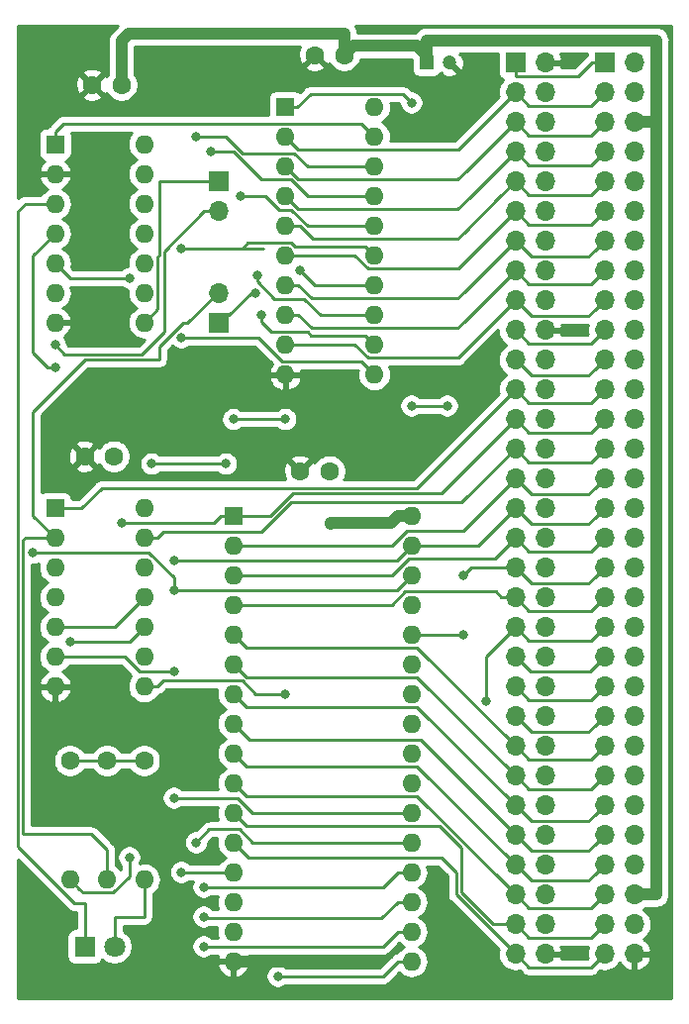
<source format=gtl>
G04 #@! TF.GenerationSoftware,KiCad,Pcbnew,(5.1.4)-1*
G04 #@! TF.CreationDate,2019-11-04T00:36:40-08:00*
G04 #@! TF.ProjectId,Tandy 1000 EX Memory Card,54616e64-7920-4313-9030-30204558204d,rev?*
G04 #@! TF.SameCoordinates,Original*
G04 #@! TF.FileFunction,Copper,L1,Top*
G04 #@! TF.FilePolarity,Positive*
%FSLAX46Y46*%
G04 Gerber Fmt 4.6, Leading zero omitted, Abs format (unit mm)*
G04 Created by KiCad (PCBNEW (5.1.4)-1) date 2019-11-04 00:36:40*
%MOMM*%
%LPD*%
G04 APERTURE LIST*
%ADD10O,1.600000X1.600000*%
%ADD11C,1.600000*%
%ADD12O,1.700000X1.700000*%
%ADD13R,1.700000X1.700000*%
%ADD14R,1.600000X1.600000*%
%ADD15C,1.800000*%
%ADD16R,1.800000X1.800000*%
%ADD17C,1.200000*%
%ADD18R,1.200000X1.200000*%
%ADD19C,0.800000*%
%ADD20C,1.000000*%
%ADD21C,0.250000*%
%ADD22C,0.254000*%
G04 APERTURE END LIST*
D10*
X127000000Y-126365000D03*
D11*
X127000000Y-116205000D03*
D10*
X123825000Y-126365000D03*
D11*
X123825000Y-116205000D03*
D10*
X120650000Y-126365000D03*
D11*
X120650000Y-116205000D03*
D12*
X133350000Y-76200000D03*
D13*
X133350000Y-78740000D03*
D12*
X133350000Y-69215000D03*
D13*
X133350000Y-66675000D03*
D12*
X168910000Y-132715000D03*
X166370000Y-132715000D03*
X168910000Y-130175000D03*
X166370000Y-130175000D03*
X168910000Y-127635000D03*
X166370000Y-127635000D03*
X168910000Y-125095000D03*
X166370000Y-125095000D03*
X168910000Y-122555000D03*
X166370000Y-122555000D03*
X168910000Y-120015000D03*
X166370000Y-120015000D03*
X168910000Y-117475000D03*
X166370000Y-117475000D03*
X168910000Y-114935000D03*
X166370000Y-114935000D03*
X168910000Y-112395000D03*
X166370000Y-112395000D03*
X168910000Y-109855000D03*
X166370000Y-109855000D03*
X168910000Y-107315000D03*
X166370000Y-107315000D03*
X168910000Y-104775000D03*
X166370000Y-104775000D03*
X168910000Y-102235000D03*
X166370000Y-102235000D03*
X168910000Y-99695000D03*
X166370000Y-99695000D03*
X168910000Y-97155000D03*
X166370000Y-97155000D03*
X168910000Y-94615000D03*
X166370000Y-94615000D03*
X168910000Y-92075000D03*
X166370000Y-92075000D03*
X168910000Y-89535000D03*
X166370000Y-89535000D03*
X168910000Y-86995000D03*
X166370000Y-86995000D03*
X168910000Y-84455000D03*
X166370000Y-84455000D03*
X168910000Y-81915000D03*
X166370000Y-81915000D03*
X168910000Y-79375000D03*
X166370000Y-79375000D03*
X168910000Y-76835000D03*
X166370000Y-76835000D03*
X168910000Y-74295000D03*
X166370000Y-74295000D03*
X168910000Y-71755000D03*
X166370000Y-71755000D03*
X168910000Y-69215000D03*
X166370000Y-69215000D03*
X168910000Y-66675000D03*
X166370000Y-66675000D03*
X168910000Y-64135000D03*
X166370000Y-64135000D03*
X168910000Y-61595000D03*
X166370000Y-61595000D03*
X168910000Y-59055000D03*
X166370000Y-59055000D03*
X168910000Y-56515000D03*
D13*
X166370000Y-56515000D03*
D10*
X146685000Y-60325000D03*
X139065000Y-83185000D03*
X146685000Y-62865000D03*
X139065000Y-80645000D03*
X146685000Y-65405000D03*
X139065000Y-78105000D03*
X146685000Y-67945000D03*
X139065000Y-75565000D03*
X146685000Y-70485000D03*
X139065000Y-73025000D03*
X146685000Y-73025000D03*
X139065000Y-70485000D03*
X146685000Y-75565000D03*
X139065000Y-67945000D03*
X146685000Y-78105000D03*
X139065000Y-65405000D03*
X146685000Y-80645000D03*
X139065000Y-62865000D03*
X146685000Y-83185000D03*
D14*
X139065000Y-60325000D03*
D10*
X127000000Y-63500000D03*
X119380000Y-78740000D03*
X127000000Y-66040000D03*
X119380000Y-76200000D03*
X127000000Y-68580000D03*
X119380000Y-73660000D03*
X127000000Y-71120000D03*
X119380000Y-71120000D03*
X127000000Y-73660000D03*
X119380000Y-68580000D03*
X127000000Y-76200000D03*
X119380000Y-66040000D03*
X127000000Y-78740000D03*
D14*
X119380000Y-63500000D03*
D10*
X127000000Y-94615000D03*
X119380000Y-109855000D03*
X127000000Y-97155000D03*
X119380000Y-107315000D03*
X127000000Y-99695000D03*
X119380000Y-104775000D03*
X127000000Y-102235000D03*
X119380000Y-102235000D03*
X127000000Y-104775000D03*
X119380000Y-99695000D03*
X127000000Y-107315000D03*
X119380000Y-97155000D03*
X127000000Y-109855000D03*
D14*
X119380000Y-94615000D03*
D15*
X124460000Y-132080000D03*
D16*
X121920000Y-132080000D03*
D17*
X153130000Y-56515000D03*
D18*
X151130000Y-56515000D03*
D11*
X125055000Y-58420000D03*
X122555000Y-58420000D03*
D12*
X161290000Y-132715000D03*
X158750000Y-132715000D03*
X161290000Y-130175000D03*
X158750000Y-130175000D03*
X161290000Y-127635000D03*
X158750000Y-127635000D03*
X161290000Y-125095000D03*
X158750000Y-125095000D03*
X161290000Y-122555000D03*
X158750000Y-122555000D03*
X161290000Y-120015000D03*
X158750000Y-120015000D03*
X161290000Y-117475000D03*
X158750000Y-117475000D03*
X161290000Y-114935000D03*
X158750000Y-114935000D03*
X161290000Y-112395000D03*
X158750000Y-112395000D03*
X161290000Y-109855000D03*
X158750000Y-109855000D03*
X161290000Y-107315000D03*
X158750000Y-107315000D03*
X161290000Y-104775000D03*
X158750000Y-104775000D03*
X161290000Y-102235000D03*
X158750000Y-102235000D03*
X161290000Y-99695000D03*
X158750000Y-99695000D03*
X161290000Y-97155000D03*
X158750000Y-97155000D03*
X161290000Y-94615000D03*
X158750000Y-94615000D03*
X161290000Y-92075000D03*
X158750000Y-92075000D03*
X161290000Y-89535000D03*
X158750000Y-89535000D03*
X161290000Y-86995000D03*
X158750000Y-86995000D03*
X161290000Y-84455000D03*
X158750000Y-84455000D03*
X161290000Y-81915000D03*
X158750000Y-81915000D03*
X161290000Y-79375000D03*
X158750000Y-79375000D03*
X161290000Y-76835000D03*
X158750000Y-76835000D03*
X161290000Y-74295000D03*
X158750000Y-74295000D03*
X161290000Y-71755000D03*
X158750000Y-71755000D03*
X161290000Y-69215000D03*
X158750000Y-69215000D03*
X161290000Y-66675000D03*
X158750000Y-66675000D03*
X161290000Y-64135000D03*
X158750000Y-64135000D03*
X161290000Y-61595000D03*
X158750000Y-61595000D03*
X161290000Y-59055000D03*
X158750000Y-59055000D03*
X161290000Y-56515000D03*
D13*
X158750000Y-56515000D03*
D11*
X142835000Y-91440000D03*
X140335000Y-91440000D03*
X144105000Y-55880000D03*
X141605000Y-55880000D03*
X121920000Y-90170000D03*
X124420000Y-90170000D03*
D14*
X134620000Y-95250000D03*
D10*
X149860000Y-133350000D03*
X134620000Y-97790000D03*
X149860000Y-130810000D03*
X134620000Y-100330000D03*
X149860000Y-128270000D03*
X134620000Y-102870000D03*
X149860000Y-125730000D03*
X134620000Y-105410000D03*
X149860000Y-123190000D03*
X134620000Y-107950000D03*
X149860000Y-120650000D03*
X134620000Y-110490000D03*
X149860000Y-118110000D03*
X134620000Y-113030000D03*
X149860000Y-115570000D03*
X134620000Y-115570000D03*
X149860000Y-113030000D03*
X134620000Y-118110000D03*
X149860000Y-110490000D03*
X134620000Y-120650000D03*
X149860000Y-107950000D03*
X134620000Y-123190000D03*
X149860000Y-105410000D03*
X134620000Y-125730000D03*
X149860000Y-102870000D03*
X134620000Y-128270000D03*
X149860000Y-100330000D03*
X134620000Y-130810000D03*
X149860000Y-97790000D03*
X134620000Y-133350000D03*
X149860000Y-95250000D03*
D19*
X142875000Y-95885000D03*
X140335000Y-133350000D03*
X121920000Y-110490000D03*
X154940000Y-84455000D03*
X134620000Y-84455000D03*
X127000000Y-86360000D03*
X133350000Y-81915000D03*
X152908000Y-85852000D03*
X149860000Y-85852000D03*
X149860000Y-59944000D03*
X119380000Y-82550000D03*
X125095000Y-95885000D03*
X125730000Y-74930000D03*
X127635000Y-90805000D03*
X133985000Y-90805000D03*
X129540000Y-99060000D03*
X154305000Y-105410000D03*
X154305000Y-100330000D03*
X156210000Y-111125000D03*
X129540000Y-119380000D03*
X129540000Y-108585000D03*
X129540000Y-101600000D03*
X117475000Y-98425000D03*
X136525000Y-76200000D03*
X139065000Y-110490000D03*
X139065000Y-86995000D03*
X134620000Y-86995000D03*
X119380000Y-80645000D03*
X120650000Y-106045000D03*
X125730000Y-124460000D03*
X140335000Y-74295000D03*
X138430000Y-134620000D03*
X132080000Y-132080000D03*
X130175000Y-72390000D03*
X132080000Y-129540000D03*
X135255000Y-67945000D03*
X132080000Y-127000000D03*
X132715000Y-64135000D03*
X131445000Y-123190000D03*
X131445000Y-62865000D03*
X130175000Y-125730000D03*
X130175000Y-80010000D03*
X137033000Y-78105000D03*
X136652000Y-74676000D03*
D20*
X168910000Y-127635000D02*
X170815000Y-127635000D01*
X170815000Y-127635000D02*
X170815000Y-61595000D01*
X170815000Y-61595000D02*
X168910000Y-61595000D01*
X170815000Y-61595000D02*
X170815000Y-54610000D01*
X170815000Y-54610000D02*
X151130000Y-54610000D01*
D21*
X123825000Y-116205000D02*
X127000000Y-116205000D01*
X123825000Y-116205000D02*
X120650000Y-116205000D01*
D20*
X150330001Y-55080001D02*
X151130000Y-55880000D01*
X144904999Y-55080001D02*
X150330001Y-55080001D01*
X144105000Y-55880000D02*
X144904999Y-55080001D01*
X151130000Y-54610000D02*
X151130000Y-55880000D01*
X151130000Y-55880000D02*
X151130000Y-56515000D01*
X144105000Y-55880000D02*
X144105000Y-54015000D01*
X144105000Y-54015000D02*
X125690000Y-54015000D01*
X125055000Y-54650000D02*
X125055000Y-58420000D01*
X125690000Y-54015000D02*
X125055000Y-54650000D01*
X148728630Y-95250000D02*
X148093630Y-95885000D01*
X149860000Y-95250000D02*
X148728630Y-95250000D01*
X142968738Y-95885000D02*
X142921869Y-95931869D01*
X148093630Y-95885000D02*
X142968738Y-95885000D01*
X140335000Y-133350000D02*
X134620000Y-133350000D01*
D21*
X165520001Y-59904999D02*
X166370000Y-59055000D01*
X165194999Y-60230001D02*
X165520001Y-59904999D01*
X159925001Y-60230001D02*
X165194999Y-60230001D01*
X158750000Y-59055000D02*
X159925001Y-60230001D01*
X153814999Y-63990001D02*
X154368500Y-63436500D01*
X140190001Y-63990001D02*
X153814999Y-63990001D01*
X139065000Y-62865000D02*
X140190001Y-63990001D01*
X153860500Y-63944500D02*
X154368500Y-63436500D01*
X154368500Y-63436500D02*
X158750000Y-59055000D01*
X165520001Y-62444999D02*
X166370000Y-61595000D01*
X165194999Y-62770001D02*
X165520001Y-62444999D01*
X159925001Y-62770001D02*
X165194999Y-62770001D01*
X158750000Y-61595000D02*
X159925001Y-62770001D01*
X153814999Y-66530001D02*
X154622500Y-65722500D01*
X139065000Y-65405000D02*
X140190001Y-66530001D01*
X140190001Y-66530001D02*
X153814999Y-66530001D01*
X154622500Y-65722500D02*
X158750000Y-61595000D01*
X165520001Y-64984999D02*
X166370000Y-64135000D01*
X165194999Y-65310001D02*
X165520001Y-64984999D01*
X159925001Y-65310001D02*
X165194999Y-65310001D01*
X158750000Y-64135000D02*
X159925001Y-65310001D01*
X153814999Y-69070001D02*
X154876500Y-68008500D01*
X140190001Y-69070001D02*
X153814999Y-69070001D01*
X139065000Y-67945000D02*
X140190001Y-69070001D01*
X154876500Y-68008500D02*
X158750000Y-64135000D01*
X165520001Y-67524999D02*
X166370000Y-66675000D01*
X165194999Y-67850001D02*
X165520001Y-67524999D01*
X159925001Y-67850001D02*
X165194999Y-67850001D01*
X158750000Y-66675000D02*
X159925001Y-67850001D01*
X157385001Y-68039999D02*
X158750000Y-66675000D01*
X153814999Y-71610001D02*
X154368500Y-71056500D01*
X141457181Y-71610001D02*
X153814999Y-71610001D01*
X140332180Y-70485000D02*
X141457181Y-71610001D01*
X139065000Y-70485000D02*
X140332180Y-70485000D01*
X154368500Y-71056500D02*
X157385001Y-68039999D01*
X165520001Y-70064999D02*
X166370000Y-69215000D01*
X165194999Y-70390001D02*
X165520001Y-70064999D01*
X159925001Y-70390001D02*
X165194999Y-70390001D01*
X158750000Y-69215000D02*
X159925001Y-70390001D01*
X153814999Y-74150001D02*
X153860500Y-74104500D01*
X146144999Y-74150001D02*
X153814999Y-74150001D01*
X145019998Y-73025000D02*
X146144999Y-74150001D01*
X139065000Y-73025000D02*
X145019998Y-73025000D01*
X153860500Y-74104500D02*
X158750000Y-69215000D01*
X165520001Y-72604999D02*
X166370000Y-71755000D01*
X165005001Y-73119999D02*
X165520001Y-72604999D01*
X160114999Y-73119999D02*
X165005001Y-73119999D01*
X158750000Y-71755000D02*
X160114999Y-73119999D01*
X153814999Y-76690001D02*
X154368500Y-76136500D01*
X141321371Y-76690001D02*
X153814999Y-76690001D01*
X140196370Y-75565000D02*
X141321371Y-76690001D01*
X139065000Y-75565000D02*
X140196370Y-75565000D01*
X154368500Y-76136500D02*
X158750000Y-71755000D01*
X165520001Y-75144999D02*
X166370000Y-74295000D01*
X165194999Y-75470001D02*
X165520001Y-75144999D01*
X159925001Y-75470001D02*
X165194999Y-75470001D01*
X158750000Y-74295000D02*
X159925001Y-75470001D01*
X153814999Y-79230001D02*
X154368500Y-78676500D01*
X141321371Y-79230001D02*
X153814999Y-79230001D01*
X140196370Y-78105000D02*
X141321371Y-79230001D01*
X139065000Y-78105000D02*
X140196370Y-78105000D01*
X154368500Y-78676500D02*
X158750000Y-74295000D01*
X165520001Y-77684999D02*
X166370000Y-76835000D01*
X165005001Y-78199999D02*
X165520001Y-77684999D01*
X160114999Y-78199999D02*
X165005001Y-78199999D01*
X158750000Y-76835000D02*
X160114999Y-78199999D01*
X153814999Y-81770001D02*
X153860500Y-81724500D01*
X146144999Y-81770001D02*
X153814999Y-81770001D01*
X145019998Y-80645000D02*
X146144999Y-81770001D01*
X139065000Y-80645000D02*
X145019998Y-80645000D01*
X153860500Y-81724500D02*
X158750000Y-76835000D01*
X141240001Y-59199999D02*
X149115999Y-59199999D01*
X139065000Y-60325000D02*
X140115000Y-60325000D01*
X140115000Y-60325000D02*
X141240001Y-59199999D01*
X152908000Y-85852000D02*
X149860000Y-85852000D01*
X149860000Y-85852000D02*
X149860000Y-85852000D01*
X149115999Y-59199999D02*
X149860000Y-59944000D01*
X165520001Y-85304999D02*
X166370000Y-84455000D01*
X165194999Y-85630001D02*
X165520001Y-85304999D01*
X159925001Y-85630001D02*
X165194999Y-85630001D01*
X158750000Y-84455000D02*
X159925001Y-85630001D01*
X150310010Y-92894990D02*
X158750000Y-84455000D01*
X123360012Y-92894990D02*
X150310010Y-92894990D01*
X119380000Y-94615000D02*
X121640002Y-94615000D01*
X121640002Y-94615000D02*
X123360012Y-92894990D01*
X119380000Y-82550000D02*
X118745000Y-82550000D01*
X118745000Y-82550000D02*
X117475000Y-81280000D01*
X117475000Y-73025000D02*
X119380000Y-71120000D01*
X117475000Y-81280000D02*
X117475000Y-73025000D01*
X165520001Y-87844999D02*
X166370000Y-86995000D01*
X165194999Y-88170001D02*
X165520001Y-87844999D01*
X159925001Y-88170001D02*
X165194999Y-88170001D01*
X158750000Y-86995000D02*
X159925001Y-88170001D01*
X152400000Y-93345000D02*
X158750000Y-86995000D01*
X134620000Y-95250000D02*
X137795000Y-95250000D01*
X139700000Y-93345000D02*
X144780000Y-93345000D01*
X137795000Y-95250000D02*
X139700000Y-93345000D01*
X144145000Y-93345000D02*
X144780000Y-93345000D01*
X144780000Y-93345000D02*
X152400000Y-93345000D01*
X133570000Y-95250000D02*
X132935000Y-95885000D01*
X134620000Y-95250000D02*
X133570000Y-95250000D01*
X132935000Y-95885000D02*
X125095000Y-95885000D01*
X125095000Y-95885000D02*
X125095000Y-95885000D01*
X165520001Y-90384999D02*
X166370000Y-89535000D01*
X165194999Y-90710001D02*
X165520001Y-90384999D01*
X159925001Y-90710001D02*
X165194999Y-90710001D01*
X158750000Y-89535000D02*
X159925001Y-90710001D01*
X128131370Y-97155000D02*
X127000000Y-97155000D01*
X128621371Y-96664999D02*
X128131370Y-97155000D01*
X137016411Y-96664999D02*
X128621371Y-96664999D01*
X139556411Y-94124999D02*
X137016411Y-96664999D01*
X154160001Y-94124999D02*
X139556411Y-94124999D01*
X158750000Y-89535000D02*
X154160001Y-94124999D01*
X120650000Y-74930000D02*
X119380000Y-73660000D01*
X125730000Y-74930000D02*
X120650000Y-74930000D01*
X165520001Y-92924999D02*
X166370000Y-92075000D01*
X165005001Y-93439999D02*
X165520001Y-92924999D01*
X160114999Y-93439999D02*
X165005001Y-93439999D01*
X158750000Y-92075000D02*
X160114999Y-93439999D01*
X157900001Y-92924999D02*
X158750000Y-92075000D01*
X154305000Y-96520000D02*
X157900001Y-92924999D01*
X149464998Y-96520000D02*
X154305000Y-96520000D01*
X148194998Y-97790000D02*
X149464998Y-96520000D01*
X134620000Y-97790000D02*
X148194998Y-97790000D01*
X127635000Y-90805000D02*
X133985000Y-90805000D01*
X165520001Y-95464999D02*
X166370000Y-94615000D01*
X165005001Y-95979999D02*
X165520001Y-95464999D01*
X160114999Y-95979999D02*
X165005001Y-95979999D01*
X158750000Y-94615000D02*
X160114999Y-95979999D01*
X155575000Y-97790000D02*
X158750000Y-94615000D01*
X149860000Y-97790000D02*
X155575000Y-97790000D01*
X149860000Y-97790000D02*
X148590000Y-99060000D01*
X148590000Y-99060000D02*
X129540000Y-99060000D01*
X129540000Y-99060000D02*
X129540000Y-99060000D01*
X165520001Y-98004999D02*
X166370000Y-97155000D01*
X165194999Y-98330001D02*
X165520001Y-98004999D01*
X159925001Y-98330001D02*
X165194999Y-98330001D01*
X158750000Y-97155000D02*
X159925001Y-98330001D01*
X157900001Y-98004999D02*
X158750000Y-97155000D01*
X156989999Y-98915001D02*
X157900001Y-98004999D01*
X149609997Y-98915001D02*
X156989999Y-98915001D01*
X148194998Y-100330000D02*
X149609997Y-98915001D01*
X134620000Y-100330000D02*
X148194998Y-100330000D01*
X165520001Y-100544999D02*
X166370000Y-99695000D01*
X165005001Y-101059999D02*
X165520001Y-100544999D01*
X160114999Y-101059999D02*
X165005001Y-101059999D01*
X158750000Y-99695000D02*
X160114999Y-101059999D01*
X149860000Y-105410000D02*
X154305000Y-105410000D01*
X154305000Y-105410000D02*
X154305000Y-105410000D01*
X158750000Y-99695000D02*
X154940000Y-99695000D01*
X154940000Y-99695000D02*
X154305000Y-100330000D01*
X154305000Y-100330000D02*
X154305000Y-100330000D01*
X165520001Y-103084999D02*
X166370000Y-102235000D01*
X165194999Y-103410001D02*
X165520001Y-103084999D01*
X159925001Y-103410001D02*
X165194999Y-103410001D01*
X158750000Y-102235000D02*
X159925001Y-103410001D01*
X157547919Y-102235000D02*
X158750000Y-102235000D01*
X157057918Y-101744999D02*
X157547919Y-102235000D01*
X149319999Y-101744999D02*
X157057918Y-101744999D01*
X148194998Y-102870000D02*
X149319999Y-101744999D01*
X134620000Y-102870000D02*
X148194998Y-102870000D01*
X165520001Y-105624999D02*
X166370000Y-104775000D01*
X165194999Y-105950001D02*
X165520001Y-105624999D01*
X159925001Y-105950001D02*
X165194999Y-105950001D01*
X158750000Y-104775000D02*
X159925001Y-105950001D01*
X156210000Y-107315000D02*
X158750000Y-104775000D01*
X156210000Y-111125000D02*
X156210000Y-107315000D01*
X165520001Y-108164999D02*
X166370000Y-107315000D01*
X165100000Y-108585000D02*
X165520001Y-108164999D01*
X160020000Y-108585000D02*
X165100000Y-108585000D01*
X158750000Y-107315000D02*
X160020000Y-108585000D01*
X165520001Y-110704999D02*
X166370000Y-109855000D01*
X165194999Y-111030001D02*
X165520001Y-110704999D01*
X159925001Y-111030001D02*
X165194999Y-111030001D01*
X158750000Y-109855000D02*
X159925001Y-111030001D01*
X165520001Y-113244999D02*
X166370000Y-112395000D01*
X165005001Y-113759999D02*
X165520001Y-113244999D01*
X160114999Y-113759999D02*
X165005001Y-113759999D01*
X158750000Y-112395000D02*
X160114999Y-113759999D01*
X165520001Y-115784999D02*
X166370000Y-114935000D01*
X165194999Y-116110001D02*
X165520001Y-115784999D01*
X159925001Y-116110001D02*
X165194999Y-116110001D01*
X158750000Y-114935000D02*
X159925001Y-116110001D01*
X135419999Y-106209999D02*
X134620000Y-105410000D01*
X135745001Y-106535001D02*
X135419999Y-106209999D01*
X150350001Y-106535001D02*
X135745001Y-106535001D01*
X158750000Y-114935000D02*
X150350001Y-106535001D01*
X165520001Y-118324999D02*
X166370000Y-117475000D01*
X165194999Y-118650001D02*
X165520001Y-118324999D01*
X159925001Y-118650001D02*
X165194999Y-118650001D01*
X158750000Y-117475000D02*
X159925001Y-118650001D01*
X135419999Y-108749999D02*
X134620000Y-107950000D01*
X135745001Y-109075001D02*
X135419999Y-108749999D01*
X150350001Y-109075001D02*
X135745001Y-109075001D01*
X158750000Y-117475000D02*
X150350001Y-109075001D01*
X165520001Y-120864999D02*
X166370000Y-120015000D01*
X165005001Y-121379999D02*
X165520001Y-120864999D01*
X160114999Y-121379999D02*
X165005001Y-121379999D01*
X158750000Y-120015000D02*
X160114999Y-121379999D01*
X135419999Y-111289999D02*
X134620000Y-110490000D01*
X135745001Y-111615001D02*
X135419999Y-111289999D01*
X150350001Y-111615001D02*
X135745001Y-111615001D01*
X158750000Y-120015000D02*
X150350001Y-111615001D01*
X165520001Y-123404999D02*
X166370000Y-122555000D01*
X165005001Y-123919999D02*
X165520001Y-123404999D01*
X160114999Y-123919999D02*
X165005001Y-123919999D01*
X158750000Y-122555000D02*
X160114999Y-123919999D01*
X135419999Y-113829999D02*
X134620000Y-113030000D01*
X136034999Y-114444999D02*
X135419999Y-113829999D01*
X150639999Y-114444999D02*
X136034999Y-114444999D01*
X158750000Y-122555000D02*
X150639999Y-114444999D01*
X165520001Y-125944999D02*
X166370000Y-125095000D01*
X165005001Y-126459999D02*
X165520001Y-125944999D01*
X160114999Y-126459999D02*
X165005001Y-126459999D01*
X158750000Y-125095000D02*
X160114999Y-126459999D01*
X135419999Y-116369999D02*
X134620000Y-115570000D01*
X135745001Y-116695001D02*
X135419999Y-116369999D01*
X150350001Y-116695001D02*
X135745001Y-116695001D01*
X158750000Y-125095000D02*
X150350001Y-116695001D01*
X165520001Y-128484999D02*
X166370000Y-127635000D01*
X165194999Y-128810001D02*
X165520001Y-128484999D01*
X159925001Y-128810001D02*
X165194999Y-128810001D01*
X158750000Y-127635000D02*
X159925001Y-128810001D01*
X135419999Y-118909999D02*
X134620000Y-118110000D01*
X135745001Y-119235001D02*
X135419999Y-118909999D01*
X150351411Y-119235001D02*
X135745001Y-119235001D01*
X157900001Y-126783591D02*
X150351411Y-119235001D01*
X157900001Y-126785001D02*
X157900001Y-126783591D01*
X158750000Y-127635000D02*
X157900001Y-126785001D01*
X165520001Y-131024999D02*
X166370000Y-130175000D01*
X165194999Y-131350001D02*
X165520001Y-131024999D01*
X159925001Y-131350001D02*
X165194999Y-131350001D01*
X158750000Y-130175000D02*
X159925001Y-131350001D01*
X158750000Y-130175000D02*
X156846410Y-130175000D01*
X154120010Y-127448600D02*
X154120010Y-123640010D01*
X156846410Y-130175000D02*
X154120010Y-127448600D01*
X135419999Y-121449999D02*
X134620000Y-120650000D01*
X135745001Y-121775001D02*
X135419999Y-121449999D01*
X152255001Y-121775001D02*
X135745001Y-121775001D01*
X154120010Y-123640010D02*
X152255001Y-121775001D01*
X165520001Y-133564999D02*
X166370000Y-132715000D01*
X165194999Y-133890001D02*
X165520001Y-133564999D01*
X159925001Y-133890001D02*
X165194999Y-133890001D01*
X158750000Y-132715000D02*
X159925001Y-133890001D01*
X158750000Y-132715000D02*
X153670000Y-127635000D01*
X153670000Y-127635000D02*
X153670000Y-125730000D01*
X153670000Y-125730000D02*
X152400000Y-124460000D01*
X135890000Y-124460000D02*
X134620000Y-123190000D01*
X152400000Y-124460000D02*
X135890000Y-124460000D01*
X119380000Y-62450000D02*
X119380000Y-63500000D01*
X120090001Y-61739999D02*
X119380000Y-62450000D01*
X145559999Y-61739999D02*
X120090001Y-61739999D01*
X146685000Y-62865000D02*
X145559999Y-61739999D01*
X136285002Y-120650000D02*
X135015002Y-119380000D01*
X149860000Y-120650000D02*
X136285002Y-120650000D01*
X135015002Y-119380000D02*
X129540000Y-119380000D01*
X129540000Y-119380000D02*
X129540000Y-119380000D01*
X125334998Y-107315000D02*
X126604998Y-108585000D01*
X119380000Y-107315000D02*
X125334998Y-107315000D01*
X126604998Y-108585000D02*
X129540000Y-108585000D01*
X129540000Y-108585000D02*
X129540000Y-108585000D01*
X149860000Y-100330000D02*
X148590000Y-101600000D01*
X148590000Y-101600000D02*
X129540000Y-101600000D01*
X129540000Y-101600000D02*
X129540000Y-101600000D01*
X129540000Y-101034315D02*
X129540000Y-101600000D01*
X129540000Y-100569998D02*
X129540000Y-101034315D01*
X127395002Y-98425000D02*
X129540000Y-100569998D01*
X117475000Y-98425000D02*
X127395002Y-98425000D01*
X127000000Y-129540000D02*
X124460000Y-129540000D01*
X127000000Y-129540000D02*
X127000000Y-126365000D01*
X124460000Y-129540000D02*
X124460000Y-132080000D01*
X116840000Y-68580000D02*
X119380000Y-68580000D01*
X116205000Y-69215000D02*
X116840000Y-68580000D01*
X116205000Y-123585002D02*
X116205000Y-122555000D01*
X121009998Y-128390000D02*
X116205000Y-123585002D01*
X121920000Y-128390000D02*
X121009998Y-128390000D01*
X121920000Y-132080000D02*
X121920000Y-128390000D01*
X116205000Y-122675000D02*
X116205000Y-122555000D01*
X116205000Y-122555000D02*
X116205000Y-69215000D01*
X165520001Y-82764999D02*
X166370000Y-81915000D01*
X165005001Y-83279999D02*
X165520001Y-82764999D01*
X160114999Y-83279999D02*
X165005001Y-83279999D01*
X158750000Y-81915000D02*
X160114999Y-83279999D01*
X165520001Y-80224999D02*
X166370000Y-79375000D01*
X165194999Y-80550001D02*
X165520001Y-80224999D01*
X159925001Y-80550001D02*
X165194999Y-80550001D01*
X158750000Y-79375000D02*
X159925001Y-80550001D01*
X165270000Y-56515000D02*
X166370000Y-56515000D01*
X164094999Y-57690001D02*
X165270000Y-56515000D01*
X158825001Y-57690001D02*
X164094999Y-57690001D01*
X158750000Y-57615000D02*
X158825001Y-57690001D01*
X158750000Y-56515000D02*
X158750000Y-57615000D01*
X123825000Y-123825000D02*
X122488600Y-122488600D01*
X122488600Y-122488600D02*
X116655010Y-122488600D01*
X116655010Y-122488600D02*
X116655010Y-97339990D01*
X116840000Y-97155000D02*
X119380000Y-97155000D01*
X116655010Y-97339990D02*
X116840000Y-97155000D01*
X119380000Y-97155000D02*
X117475000Y-95250000D01*
X128270000Y-80841998D02*
X130371998Y-78740000D01*
X128270000Y-81915000D02*
X128270000Y-80841998D01*
X130715000Y-78740000D02*
X133350000Y-76105000D01*
X130371998Y-78740000D02*
X130715000Y-78740000D01*
X128270000Y-81915000D02*
X121920000Y-81915000D01*
X121920000Y-81915000D02*
X117475000Y-86360000D01*
X117475000Y-86360000D02*
X117475000Y-95250000D01*
X123825000Y-123825000D02*
X123825000Y-126365000D01*
X134275000Y-78105000D02*
X136180000Y-76200000D01*
X133350000Y-78105000D02*
X134275000Y-78105000D01*
X136180000Y-76200000D02*
X136525000Y-76200000D01*
X136525000Y-76200000D02*
X136525000Y-76200000D01*
X135398589Y-109364999D02*
X136523590Y-110490000D01*
X128621371Y-109364999D02*
X135398589Y-109364999D01*
X127000000Y-109855000D02*
X128131370Y-109855000D01*
X128131370Y-109855000D02*
X128621371Y-109364999D01*
X136523590Y-110490000D02*
X139065000Y-110490000D01*
X139065000Y-110490000D02*
X139065000Y-110490000D01*
X139065000Y-86995000D02*
X134620000Y-86995000D01*
X134620000Y-86995000D02*
X134620000Y-86995000D01*
X128720010Y-72642909D02*
X128720010Y-79559990D01*
X133350000Y-69215000D02*
X132147919Y-69215000D01*
X132147919Y-69215000D02*
X128720010Y-72642909D01*
X126815010Y-81464990D02*
X120199990Y-81464990D01*
X128720010Y-79559990D02*
X126815010Y-81464990D01*
X120199990Y-81464990D02*
X119380000Y-80645000D01*
X119380000Y-80645000D02*
X119380000Y-80645000D01*
X125730000Y-106045000D02*
X127000000Y-104775000D01*
X120650000Y-106045000D02*
X125730000Y-106045000D01*
X121449999Y-127164999D02*
X120650000Y-126365000D01*
X121775001Y-127490001D02*
X121449999Y-127164999D01*
X124365001Y-127490001D02*
X121775001Y-127490001D01*
X125730000Y-126125002D02*
X124365001Y-127490001D01*
X125730000Y-124460000D02*
X125730000Y-126125002D01*
X127000000Y-78740000D02*
X128125001Y-77614999D01*
X128125001Y-77614999D02*
X128125001Y-73119999D01*
X133350000Y-66675000D02*
X128270000Y-66675000D01*
X128270000Y-72975000D02*
X128125001Y-73119999D01*
X128270000Y-66675000D02*
X128270000Y-72975000D01*
X147458630Y-134620000D02*
X138430000Y-134620000D01*
X149860000Y-133350000D02*
X148728630Y-133350000D01*
X148728630Y-133350000D02*
X147458630Y-134620000D01*
X141605000Y-75565000D02*
X146685000Y-75565000D01*
X140335000Y-74295000D02*
X141605000Y-75565000D01*
X148728630Y-130810000D02*
X147458630Y-132080000D01*
X149860000Y-130810000D02*
X148728630Y-130810000D01*
X147458630Y-132080000D02*
X132080000Y-132080000D01*
X132080000Y-132080000D02*
X132080000Y-132080000D01*
X139605001Y-71899999D02*
X135872001Y-71899999D01*
X139930003Y-72225001D02*
X139605001Y-71899999D01*
X135872001Y-71899999D02*
X135382000Y-72390000D01*
X145885001Y-72225001D02*
X139930003Y-72225001D01*
X146685000Y-73025000D02*
X145885001Y-72225001D01*
X135382000Y-72390000D02*
X137160000Y-72390000D01*
X130175000Y-72390000D02*
X135382000Y-72390000D01*
X147313631Y-129684999D02*
X132224999Y-129684999D01*
X149860000Y-128270000D02*
X148728630Y-128270000D01*
X148728630Y-128270000D02*
X147313631Y-129684999D01*
X132224999Y-129684999D02*
X132080000Y-129540000D01*
X132080000Y-129540000D02*
X132080000Y-129540000D01*
X145553630Y-70485000D02*
X146685000Y-70485000D01*
X140968590Y-70485000D02*
X145553630Y-70485000D01*
X139571590Y-69088000D02*
X140968590Y-70485000D01*
X138542998Y-69088000D02*
X139571590Y-69088000D01*
X137399998Y-67945000D02*
X138542998Y-69088000D01*
X135255000Y-67945000D02*
X137399998Y-67945000D01*
X148728630Y-125730000D02*
X147458630Y-127000000D01*
X149860000Y-125730000D02*
X148728630Y-125730000D01*
X147458630Y-127000000D02*
X132080000Y-127000000D01*
X132080000Y-127000000D02*
X132080000Y-127000000D01*
X145553630Y-67945000D02*
X146685000Y-67945000D01*
X140968590Y-67945000D02*
X145553630Y-67945000D01*
X139553591Y-66530001D02*
X140968590Y-67945000D01*
X137015001Y-66530001D02*
X139553591Y-66530001D01*
X134620000Y-64135000D02*
X137015001Y-66530001D01*
X132715000Y-64135000D02*
X134620000Y-64135000D01*
X135160001Y-122064999D02*
X132570001Y-122064999D01*
X149860000Y-123190000D02*
X136285002Y-123190000D01*
X136285002Y-123190000D02*
X135160001Y-122064999D01*
X132570001Y-122064999D02*
X131445000Y-123190000D01*
X131445000Y-123190000D02*
X131445000Y-123190000D01*
X145553630Y-65405000D02*
X146685000Y-65405000D01*
X140968590Y-65405000D02*
X145553630Y-65405000D01*
X139843589Y-64279999D02*
X140968590Y-65405000D01*
X135401409Y-64279999D02*
X139843589Y-64279999D01*
X133986410Y-62865000D02*
X135401409Y-64279999D01*
X131445000Y-62865000D02*
X133986410Y-62865000D01*
X134620000Y-125730000D02*
X130175000Y-125730000D01*
X130175000Y-125730000D02*
X130175000Y-125730000D01*
X145885001Y-82385001D02*
X146685000Y-83185000D01*
X145559999Y-82059999D02*
X145885001Y-82385001D01*
X138814997Y-82059999D02*
X145559999Y-82059999D01*
X136764998Y-80010000D02*
X138814997Y-82059999D01*
X130175000Y-80010000D02*
X136764998Y-80010000D01*
X145885001Y-79845001D02*
X146685000Y-80645000D01*
X141299961Y-79845001D02*
X145885001Y-79845001D01*
X140974959Y-79519999D02*
X141299961Y-79845001D01*
X137882314Y-79519999D02*
X140974959Y-79519999D01*
X137033000Y-78670685D02*
X137882314Y-79519999D01*
X137033000Y-78105000D02*
X137033000Y-78670685D01*
X145553630Y-78105000D02*
X146685000Y-78105000D01*
X142099960Y-78105000D02*
X145553630Y-78105000D01*
X140702960Y-76708000D02*
X142099960Y-78105000D01*
X138118315Y-76708000D02*
X140702960Y-76708000D01*
X136652000Y-75241685D02*
X138118315Y-76708000D01*
X136652000Y-74676000D02*
X136652000Y-75241685D01*
X119380000Y-104775000D02*
X124460000Y-104775000D01*
X124460000Y-104775000D02*
X127000000Y-102235000D01*
D22*
G36*
X172060001Y-136500000D02*
G01*
X116230000Y-136500000D01*
X116230000Y-133699039D01*
X133228096Y-133699039D01*
X133268754Y-133833087D01*
X133388963Y-134087420D01*
X133556481Y-134313414D01*
X133764869Y-134502385D01*
X134006119Y-134647070D01*
X134270960Y-134741909D01*
X134493000Y-134620624D01*
X134493000Y-133477000D01*
X134747000Y-133477000D01*
X134747000Y-134620624D01*
X134969040Y-134741909D01*
X135233881Y-134647070D01*
X135475131Y-134502385D01*
X135683519Y-134313414D01*
X135851037Y-134087420D01*
X135971246Y-133833087D01*
X136011904Y-133699039D01*
X135889915Y-133477000D01*
X134747000Y-133477000D01*
X134493000Y-133477000D01*
X133350085Y-133477000D01*
X133228096Y-133699039D01*
X116230000Y-133699039D01*
X116230000Y-124684803D01*
X120446199Y-128901003D01*
X120469997Y-128930001D01*
X120585722Y-129024974D01*
X120717751Y-129095546D01*
X120861012Y-129139003D01*
X120972665Y-129150000D01*
X120972674Y-129150000D01*
X121009997Y-129153676D01*
X121047320Y-129150000D01*
X121160001Y-129150000D01*
X121160000Y-130541928D01*
X121020000Y-130541928D01*
X120895518Y-130554188D01*
X120775820Y-130590498D01*
X120665506Y-130649463D01*
X120568815Y-130728815D01*
X120489463Y-130825506D01*
X120430498Y-130935820D01*
X120394188Y-131055518D01*
X120381928Y-131180000D01*
X120381928Y-132980000D01*
X120394188Y-133104482D01*
X120430498Y-133224180D01*
X120489463Y-133334494D01*
X120568815Y-133431185D01*
X120665506Y-133510537D01*
X120775820Y-133569502D01*
X120895518Y-133605812D01*
X121020000Y-133618072D01*
X122820000Y-133618072D01*
X122944482Y-133605812D01*
X123064180Y-133569502D01*
X123174494Y-133510537D01*
X123271185Y-133431185D01*
X123350537Y-133334494D01*
X123409502Y-133224180D01*
X123415056Y-133205873D01*
X123481495Y-133272312D01*
X123732905Y-133440299D01*
X124012257Y-133556011D01*
X124308816Y-133615000D01*
X124611184Y-133615000D01*
X124907743Y-133556011D01*
X125187095Y-133440299D01*
X125438505Y-133272312D01*
X125652312Y-133058505D01*
X125820299Y-132807095D01*
X125936011Y-132527743D01*
X125995000Y-132231184D01*
X125995000Y-131928816D01*
X125936011Y-131632257D01*
X125820299Y-131352905D01*
X125652312Y-131101495D01*
X125438505Y-130887688D01*
X125220000Y-130741687D01*
X125220000Y-130300000D01*
X126962667Y-130300000D01*
X127000000Y-130303677D01*
X127037333Y-130300000D01*
X127148986Y-130289003D01*
X127292247Y-130245546D01*
X127424276Y-130174974D01*
X127540001Y-130080001D01*
X127634974Y-129964276D01*
X127705546Y-129832247D01*
X127749003Y-129688986D01*
X127763677Y-129540000D01*
X127760000Y-129502667D01*
X127760000Y-127585901D01*
X127801101Y-127563932D01*
X128019608Y-127384608D01*
X128198932Y-127166101D01*
X128332182Y-126916808D01*
X128414236Y-126646309D01*
X128441943Y-126365000D01*
X128414236Y-126083691D01*
X128332182Y-125813192D01*
X128198932Y-125563899D01*
X128019608Y-125345392D01*
X127801101Y-125166068D01*
X127551808Y-125032818D01*
X127281309Y-124950764D01*
X127070492Y-124930000D01*
X126929508Y-124930000D01*
X126718691Y-124950764D01*
X126628607Y-124978090D01*
X126647205Y-124950256D01*
X126725226Y-124761898D01*
X126765000Y-124561939D01*
X126765000Y-124358061D01*
X126725226Y-124158102D01*
X126647205Y-123969744D01*
X126533937Y-123800226D01*
X126389774Y-123656063D01*
X126220256Y-123542795D01*
X126031898Y-123464774D01*
X125831939Y-123425000D01*
X125628061Y-123425000D01*
X125428102Y-123464774D01*
X125239744Y-123542795D01*
X125070226Y-123656063D01*
X124926063Y-123800226D01*
X124812795Y-123969744D01*
X124734774Y-124158102D01*
X124695000Y-124358061D01*
X124695000Y-124561939D01*
X124734774Y-124761898D01*
X124812795Y-124950256D01*
X124926063Y-125119774D01*
X124970000Y-125163711D01*
X124970001Y-125498183D01*
X124844608Y-125345392D01*
X124626101Y-125166068D01*
X124585000Y-125144099D01*
X124585000Y-123862322D01*
X124588676Y-123824999D01*
X124585000Y-123787677D01*
X124585000Y-123787667D01*
X124574003Y-123676014D01*
X124530546Y-123532753D01*
X124472950Y-123425000D01*
X124459974Y-123400723D01*
X124388799Y-123313997D01*
X124365001Y-123284999D01*
X124336004Y-123261202D01*
X123052404Y-121977603D01*
X123028601Y-121948599D01*
X122912876Y-121853626D01*
X122780847Y-121783054D01*
X122637586Y-121739597D01*
X122525933Y-121728600D01*
X122525922Y-121728600D01*
X122488600Y-121724924D01*
X122451278Y-121728600D01*
X117415010Y-121728600D01*
X117415010Y-116063665D01*
X119215000Y-116063665D01*
X119215000Y-116346335D01*
X119270147Y-116623574D01*
X119378320Y-116884727D01*
X119535363Y-117119759D01*
X119735241Y-117319637D01*
X119970273Y-117476680D01*
X120231426Y-117584853D01*
X120508665Y-117640000D01*
X120791335Y-117640000D01*
X121068574Y-117584853D01*
X121329727Y-117476680D01*
X121564759Y-117319637D01*
X121764637Y-117119759D01*
X121868043Y-116965000D01*
X122606957Y-116965000D01*
X122710363Y-117119759D01*
X122910241Y-117319637D01*
X123145273Y-117476680D01*
X123406426Y-117584853D01*
X123683665Y-117640000D01*
X123966335Y-117640000D01*
X124243574Y-117584853D01*
X124504727Y-117476680D01*
X124739759Y-117319637D01*
X124939637Y-117119759D01*
X125043043Y-116965000D01*
X125781957Y-116965000D01*
X125885363Y-117119759D01*
X126085241Y-117319637D01*
X126320273Y-117476680D01*
X126581426Y-117584853D01*
X126858665Y-117640000D01*
X127141335Y-117640000D01*
X127418574Y-117584853D01*
X127679727Y-117476680D01*
X127914759Y-117319637D01*
X128114637Y-117119759D01*
X128271680Y-116884727D01*
X128379853Y-116623574D01*
X128435000Y-116346335D01*
X128435000Y-116063665D01*
X128379853Y-115786426D01*
X128271680Y-115525273D01*
X128114637Y-115290241D01*
X127914759Y-115090363D01*
X127679727Y-114933320D01*
X127418574Y-114825147D01*
X127141335Y-114770000D01*
X126858665Y-114770000D01*
X126581426Y-114825147D01*
X126320273Y-114933320D01*
X126085241Y-115090363D01*
X125885363Y-115290241D01*
X125781957Y-115445000D01*
X125043043Y-115445000D01*
X124939637Y-115290241D01*
X124739759Y-115090363D01*
X124504727Y-114933320D01*
X124243574Y-114825147D01*
X123966335Y-114770000D01*
X123683665Y-114770000D01*
X123406426Y-114825147D01*
X123145273Y-114933320D01*
X122910241Y-115090363D01*
X122710363Y-115290241D01*
X122606957Y-115445000D01*
X121868043Y-115445000D01*
X121764637Y-115290241D01*
X121564759Y-115090363D01*
X121329727Y-114933320D01*
X121068574Y-114825147D01*
X120791335Y-114770000D01*
X120508665Y-114770000D01*
X120231426Y-114825147D01*
X119970273Y-114933320D01*
X119735241Y-115090363D01*
X119535363Y-115290241D01*
X119378320Y-115525273D01*
X119270147Y-115786426D01*
X119215000Y-116063665D01*
X117415010Y-116063665D01*
X117415010Y-110204039D01*
X117988096Y-110204039D01*
X118028754Y-110338087D01*
X118148963Y-110592420D01*
X118316481Y-110818414D01*
X118524869Y-111007385D01*
X118766119Y-111152070D01*
X119030960Y-111246909D01*
X119253000Y-111125624D01*
X119253000Y-109982000D01*
X119507000Y-109982000D01*
X119507000Y-111125624D01*
X119729040Y-111246909D01*
X119993881Y-111152070D01*
X120235131Y-111007385D01*
X120443519Y-110818414D01*
X120611037Y-110592420D01*
X120731246Y-110338087D01*
X120771904Y-110204039D01*
X120649915Y-109982000D01*
X119507000Y-109982000D01*
X119253000Y-109982000D01*
X118110085Y-109982000D01*
X117988096Y-110204039D01*
X117415010Y-110204039D01*
X117415010Y-99460000D01*
X117576939Y-99460000D01*
X117776898Y-99420226D01*
X117965256Y-99342205D01*
X117993090Y-99323607D01*
X117965764Y-99413691D01*
X117938057Y-99695000D01*
X117965764Y-99976309D01*
X118047818Y-100246808D01*
X118181068Y-100496101D01*
X118360392Y-100714608D01*
X118578899Y-100893932D01*
X118711858Y-100965000D01*
X118578899Y-101036068D01*
X118360392Y-101215392D01*
X118181068Y-101433899D01*
X118047818Y-101683192D01*
X117965764Y-101953691D01*
X117938057Y-102235000D01*
X117965764Y-102516309D01*
X118047818Y-102786808D01*
X118181068Y-103036101D01*
X118360392Y-103254608D01*
X118578899Y-103433932D01*
X118711858Y-103505000D01*
X118578899Y-103576068D01*
X118360392Y-103755392D01*
X118181068Y-103973899D01*
X118047818Y-104223192D01*
X117965764Y-104493691D01*
X117938057Y-104775000D01*
X117965764Y-105056309D01*
X118047818Y-105326808D01*
X118181068Y-105576101D01*
X118360392Y-105794608D01*
X118578899Y-105973932D01*
X118711858Y-106045000D01*
X118578899Y-106116068D01*
X118360392Y-106295392D01*
X118181068Y-106513899D01*
X118047818Y-106763192D01*
X117965764Y-107033691D01*
X117938057Y-107315000D01*
X117965764Y-107596309D01*
X118047818Y-107866808D01*
X118181068Y-108116101D01*
X118360392Y-108334608D01*
X118578899Y-108513932D01*
X118716682Y-108587579D01*
X118524869Y-108702615D01*
X118316481Y-108891586D01*
X118148963Y-109117580D01*
X118028754Y-109371913D01*
X117988096Y-109505961D01*
X118110085Y-109728000D01*
X119253000Y-109728000D01*
X119253000Y-109708000D01*
X119507000Y-109708000D01*
X119507000Y-109728000D01*
X120649915Y-109728000D01*
X120771904Y-109505961D01*
X120731246Y-109371913D01*
X120611037Y-109117580D01*
X120443519Y-108891586D01*
X120235131Y-108702615D01*
X120043318Y-108587579D01*
X120181101Y-108513932D01*
X120399608Y-108334608D01*
X120578932Y-108116101D01*
X120600901Y-108075000D01*
X125020197Y-108075000D01*
X125890330Y-108945133D01*
X125801068Y-109053899D01*
X125667818Y-109303192D01*
X125585764Y-109573691D01*
X125558057Y-109855000D01*
X125585764Y-110136309D01*
X125667818Y-110406808D01*
X125801068Y-110656101D01*
X125980392Y-110874608D01*
X126198899Y-111053932D01*
X126448192Y-111187182D01*
X126718691Y-111269236D01*
X126929508Y-111290000D01*
X127070492Y-111290000D01*
X127281309Y-111269236D01*
X127551808Y-111187182D01*
X127801101Y-111053932D01*
X128019608Y-110874608D01*
X128198932Y-110656101D01*
X128223802Y-110609573D01*
X128280356Y-110604003D01*
X128423617Y-110560546D01*
X128555646Y-110489974D01*
X128671371Y-110395001D01*
X128695174Y-110365997D01*
X128936172Y-110124999D01*
X133231151Y-110124999D01*
X133205764Y-110208691D01*
X133178057Y-110490000D01*
X133205764Y-110771309D01*
X133287818Y-111041808D01*
X133421068Y-111291101D01*
X133600392Y-111509608D01*
X133818899Y-111688932D01*
X133951858Y-111760000D01*
X133818899Y-111831068D01*
X133600392Y-112010392D01*
X133421068Y-112228899D01*
X133287818Y-112478192D01*
X133205764Y-112748691D01*
X133178057Y-113030000D01*
X133205764Y-113311309D01*
X133287818Y-113581808D01*
X133421068Y-113831101D01*
X133600392Y-114049608D01*
X133818899Y-114228932D01*
X133951858Y-114300000D01*
X133818899Y-114371068D01*
X133600392Y-114550392D01*
X133421068Y-114768899D01*
X133287818Y-115018192D01*
X133205764Y-115288691D01*
X133178057Y-115570000D01*
X133205764Y-115851309D01*
X133287818Y-116121808D01*
X133421068Y-116371101D01*
X133600392Y-116589608D01*
X133818899Y-116768932D01*
X133951858Y-116840000D01*
X133818899Y-116911068D01*
X133600392Y-117090392D01*
X133421068Y-117308899D01*
X133287818Y-117558192D01*
X133205764Y-117828691D01*
X133178057Y-118110000D01*
X133205764Y-118391309D01*
X133275136Y-118620000D01*
X130243711Y-118620000D01*
X130199774Y-118576063D01*
X130030256Y-118462795D01*
X129841898Y-118384774D01*
X129641939Y-118345000D01*
X129438061Y-118345000D01*
X129238102Y-118384774D01*
X129049744Y-118462795D01*
X128880226Y-118576063D01*
X128736063Y-118720226D01*
X128622795Y-118889744D01*
X128544774Y-119078102D01*
X128505000Y-119278061D01*
X128505000Y-119481939D01*
X128544774Y-119681898D01*
X128622795Y-119870256D01*
X128736063Y-120039774D01*
X128880226Y-120183937D01*
X129049744Y-120297205D01*
X129238102Y-120375226D01*
X129438061Y-120415000D01*
X129641939Y-120415000D01*
X129841898Y-120375226D01*
X130030256Y-120297205D01*
X130199774Y-120183937D01*
X130243711Y-120140000D01*
X133275136Y-120140000D01*
X133205764Y-120368691D01*
X133178057Y-120650000D01*
X133205764Y-120931309D01*
X133287818Y-121201808D01*
X133342975Y-121304999D01*
X132607326Y-121304999D01*
X132570001Y-121301323D01*
X132532676Y-121304999D01*
X132532668Y-121304999D01*
X132421015Y-121315996D01*
X132277754Y-121359453D01*
X132145725Y-121430025D01*
X132030000Y-121524998D01*
X132006202Y-121553996D01*
X131405199Y-122155000D01*
X131343061Y-122155000D01*
X131143102Y-122194774D01*
X130954744Y-122272795D01*
X130785226Y-122386063D01*
X130641063Y-122530226D01*
X130527795Y-122699744D01*
X130449774Y-122888102D01*
X130410000Y-123088061D01*
X130410000Y-123291939D01*
X130449774Y-123491898D01*
X130527795Y-123680256D01*
X130641063Y-123849774D01*
X130785226Y-123993937D01*
X130954744Y-124107205D01*
X131143102Y-124185226D01*
X131343061Y-124225000D01*
X131546939Y-124225000D01*
X131746898Y-124185226D01*
X131935256Y-124107205D01*
X132104774Y-123993937D01*
X132248937Y-123849774D01*
X132362205Y-123680256D01*
X132440226Y-123491898D01*
X132480000Y-123291939D01*
X132480000Y-123229801D01*
X132884803Y-122824999D01*
X133231151Y-122824999D01*
X133205764Y-122908691D01*
X133178057Y-123190000D01*
X133205764Y-123471309D01*
X133287818Y-123741808D01*
X133421068Y-123991101D01*
X133600392Y-124209608D01*
X133818899Y-124388932D01*
X133951858Y-124460000D01*
X133818899Y-124531068D01*
X133600392Y-124710392D01*
X133421068Y-124928899D01*
X133399099Y-124970000D01*
X130878711Y-124970000D01*
X130834774Y-124926063D01*
X130665256Y-124812795D01*
X130476898Y-124734774D01*
X130276939Y-124695000D01*
X130073061Y-124695000D01*
X129873102Y-124734774D01*
X129684744Y-124812795D01*
X129515226Y-124926063D01*
X129371063Y-125070226D01*
X129257795Y-125239744D01*
X129179774Y-125428102D01*
X129140000Y-125628061D01*
X129140000Y-125831939D01*
X129179774Y-126031898D01*
X129257795Y-126220256D01*
X129371063Y-126389774D01*
X129515226Y-126533937D01*
X129684744Y-126647205D01*
X129873102Y-126725226D01*
X130073061Y-126765000D01*
X130276939Y-126765000D01*
X130476898Y-126725226D01*
X130665256Y-126647205D01*
X130834774Y-126533937D01*
X130878711Y-126490000D01*
X131175987Y-126490000D01*
X131162795Y-126509744D01*
X131084774Y-126698102D01*
X131045000Y-126898061D01*
X131045000Y-127101939D01*
X131084774Y-127301898D01*
X131162795Y-127490256D01*
X131276063Y-127659774D01*
X131420226Y-127803937D01*
X131589744Y-127917205D01*
X131778102Y-127995226D01*
X131978061Y-128035000D01*
X132181939Y-128035000D01*
X132381898Y-127995226D01*
X132570256Y-127917205D01*
X132739774Y-127803937D01*
X132783711Y-127760000D01*
X133275136Y-127760000D01*
X133205764Y-127988691D01*
X133178057Y-128270000D01*
X133205764Y-128551309D01*
X133287818Y-128821808D01*
X133342975Y-128924999D01*
X132913853Y-128924999D01*
X132883937Y-128880226D01*
X132739774Y-128736063D01*
X132570256Y-128622795D01*
X132381898Y-128544774D01*
X132181939Y-128505000D01*
X131978061Y-128505000D01*
X131778102Y-128544774D01*
X131589744Y-128622795D01*
X131420226Y-128736063D01*
X131276063Y-128880226D01*
X131162795Y-129049744D01*
X131084774Y-129238102D01*
X131045000Y-129438061D01*
X131045000Y-129641939D01*
X131084774Y-129841898D01*
X131162795Y-130030256D01*
X131276063Y-130199774D01*
X131420226Y-130343937D01*
X131589744Y-130457205D01*
X131778102Y-130535226D01*
X131978061Y-130575000D01*
X132181939Y-130575000D01*
X132381898Y-130535226D01*
X132570256Y-130457205D01*
X132588524Y-130444999D01*
X133231151Y-130444999D01*
X133205764Y-130528691D01*
X133178057Y-130810000D01*
X133205764Y-131091309D01*
X133275136Y-131320000D01*
X132783711Y-131320000D01*
X132739774Y-131276063D01*
X132570256Y-131162795D01*
X132381898Y-131084774D01*
X132181939Y-131045000D01*
X131978061Y-131045000D01*
X131778102Y-131084774D01*
X131589744Y-131162795D01*
X131420226Y-131276063D01*
X131276063Y-131420226D01*
X131162795Y-131589744D01*
X131084774Y-131778102D01*
X131045000Y-131978061D01*
X131045000Y-132181939D01*
X131084774Y-132381898D01*
X131162795Y-132570256D01*
X131276063Y-132739774D01*
X131420226Y-132883937D01*
X131589744Y-132997205D01*
X131778102Y-133075226D01*
X131978061Y-133115000D01*
X132181939Y-133115000D01*
X132381898Y-133075226D01*
X132570256Y-132997205D01*
X132739774Y-132883937D01*
X132783711Y-132840000D01*
X133281474Y-132840000D01*
X133268754Y-132866913D01*
X133228096Y-133000961D01*
X133350085Y-133223000D01*
X134493000Y-133223000D01*
X134493000Y-133203000D01*
X134747000Y-133203000D01*
X134747000Y-133223000D01*
X135889915Y-133223000D01*
X136011904Y-133000961D01*
X135971246Y-132866913D01*
X135958526Y-132840000D01*
X147421308Y-132840000D01*
X147458630Y-132843676D01*
X147495952Y-132840000D01*
X147495963Y-132840000D01*
X147607616Y-132829003D01*
X147750877Y-132785546D01*
X147882906Y-132714974D01*
X147998631Y-132620001D01*
X148022434Y-132590997D01*
X148814894Y-131798538D01*
X148840392Y-131829608D01*
X149058899Y-132008932D01*
X149191858Y-132080000D01*
X149058899Y-132151068D01*
X148840392Y-132330392D01*
X148661068Y-132548899D01*
X148636198Y-132595427D01*
X148579644Y-132600997D01*
X148436383Y-132644454D01*
X148304354Y-132715026D01*
X148188629Y-132809999D01*
X148164831Y-132838997D01*
X147143829Y-133860000D01*
X139133711Y-133860000D01*
X139089774Y-133816063D01*
X138920256Y-133702795D01*
X138731898Y-133624774D01*
X138531939Y-133585000D01*
X138328061Y-133585000D01*
X138128102Y-133624774D01*
X137939744Y-133702795D01*
X137770226Y-133816063D01*
X137626063Y-133960226D01*
X137512795Y-134129744D01*
X137434774Y-134318102D01*
X137395000Y-134518061D01*
X137395000Y-134721939D01*
X137434774Y-134921898D01*
X137512795Y-135110256D01*
X137626063Y-135279774D01*
X137770226Y-135423937D01*
X137939744Y-135537205D01*
X138128102Y-135615226D01*
X138328061Y-135655000D01*
X138531939Y-135655000D01*
X138731898Y-135615226D01*
X138920256Y-135537205D01*
X139089774Y-135423937D01*
X139133711Y-135380000D01*
X147421308Y-135380000D01*
X147458630Y-135383676D01*
X147495952Y-135380000D01*
X147495963Y-135380000D01*
X147607616Y-135369003D01*
X147750877Y-135325546D01*
X147882906Y-135254974D01*
X147998631Y-135160001D01*
X148022434Y-135130997D01*
X148814894Y-134338538D01*
X148840392Y-134369608D01*
X149058899Y-134548932D01*
X149308192Y-134682182D01*
X149578691Y-134764236D01*
X149789508Y-134785000D01*
X149930492Y-134785000D01*
X150141309Y-134764236D01*
X150411808Y-134682182D01*
X150661101Y-134548932D01*
X150879608Y-134369608D01*
X151058932Y-134151101D01*
X151192182Y-133901808D01*
X151274236Y-133631309D01*
X151301943Y-133350000D01*
X151274236Y-133068691D01*
X151192182Y-132798192D01*
X151058932Y-132548899D01*
X150879608Y-132330392D01*
X150661101Y-132151068D01*
X150528142Y-132080000D01*
X150661101Y-132008932D01*
X150879608Y-131829608D01*
X151058932Y-131611101D01*
X151192182Y-131361808D01*
X151274236Y-131091309D01*
X151301943Y-130810000D01*
X151274236Y-130528691D01*
X151192182Y-130258192D01*
X151058932Y-130008899D01*
X150879608Y-129790392D01*
X150661101Y-129611068D01*
X150528142Y-129540000D01*
X150661101Y-129468932D01*
X150879608Y-129289608D01*
X151058932Y-129071101D01*
X151192182Y-128821808D01*
X151274236Y-128551309D01*
X151301943Y-128270000D01*
X151274236Y-127988691D01*
X151192182Y-127718192D01*
X151058932Y-127468899D01*
X150879608Y-127250392D01*
X150661101Y-127071068D01*
X150528142Y-127000000D01*
X150661101Y-126928932D01*
X150879608Y-126749608D01*
X151058932Y-126531101D01*
X151192182Y-126281808D01*
X151274236Y-126011309D01*
X151301943Y-125730000D01*
X151274236Y-125448691D01*
X151204864Y-125220000D01*
X152085199Y-125220000D01*
X152910001Y-126044803D01*
X152910000Y-127597677D01*
X152906324Y-127635000D01*
X152910000Y-127672322D01*
X152910000Y-127672332D01*
X152920997Y-127783985D01*
X152949818Y-127878997D01*
X152964454Y-127927246D01*
X153035026Y-128059276D01*
X153045014Y-128071446D01*
X153129999Y-128175001D01*
X153159003Y-128198804D01*
X157309203Y-132349005D01*
X157286487Y-132423889D01*
X157257815Y-132715000D01*
X157286487Y-133006111D01*
X157371401Y-133286034D01*
X157509294Y-133544014D01*
X157694866Y-133770134D01*
X157920986Y-133955706D01*
X158178966Y-134093599D01*
X158458889Y-134178513D01*
X158677050Y-134200000D01*
X158822950Y-134200000D01*
X159041111Y-134178513D01*
X159115995Y-134155797D01*
X159361202Y-134401004D01*
X159385000Y-134430002D01*
X159500725Y-134524975D01*
X159632754Y-134595547D01*
X159776015Y-134639004D01*
X159887668Y-134650001D01*
X159887677Y-134650001D01*
X159925000Y-134653677D01*
X159962323Y-134650001D01*
X165157677Y-134650001D01*
X165194999Y-134653677D01*
X165232321Y-134650001D01*
X165232332Y-134650001D01*
X165343985Y-134639004D01*
X165487246Y-134595547D01*
X165619275Y-134524975D01*
X165735000Y-134430002D01*
X165758803Y-134400998D01*
X166004004Y-134155797D01*
X166078889Y-134178513D01*
X166297050Y-134200000D01*
X166442950Y-134200000D01*
X166661111Y-134178513D01*
X166941034Y-134093599D01*
X167199014Y-133955706D01*
X167425134Y-133770134D01*
X167610706Y-133544014D01*
X167641584Y-133486244D01*
X167812412Y-133715269D01*
X168028645Y-133910178D01*
X168278748Y-134059157D01*
X168553109Y-134156481D01*
X168783000Y-134035814D01*
X168783000Y-132842000D01*
X169037000Y-132842000D01*
X169037000Y-134035814D01*
X169266891Y-134156481D01*
X169541252Y-134059157D01*
X169791355Y-133910178D01*
X170007588Y-133715269D01*
X170181641Y-133481920D01*
X170306825Y-133219099D01*
X170351476Y-133071890D01*
X170230155Y-132842000D01*
X169037000Y-132842000D01*
X168783000Y-132842000D01*
X168763000Y-132842000D01*
X168763000Y-132588000D01*
X168783000Y-132588000D01*
X168783000Y-132568000D01*
X169037000Y-132568000D01*
X169037000Y-132588000D01*
X170230155Y-132588000D01*
X170351476Y-132358110D01*
X170306825Y-132210901D01*
X170181641Y-131948080D01*
X170007588Y-131714731D01*
X169791355Y-131519822D01*
X169674477Y-131450201D01*
X169739014Y-131415706D01*
X169965134Y-131230134D01*
X170150706Y-131004014D01*
X170288599Y-130746034D01*
X170373513Y-130466111D01*
X170402185Y-130175000D01*
X170373513Y-129883889D01*
X170288599Y-129603966D01*
X170150706Y-129345986D01*
X169965134Y-129119866D01*
X169739014Y-128934294D01*
X169684209Y-128905000D01*
X169739014Y-128875706D01*
X169867817Y-128770000D01*
X170759248Y-128770000D01*
X170815000Y-128775491D01*
X170870751Y-128770000D01*
X170870752Y-128770000D01*
X171037499Y-128753577D01*
X171251447Y-128688676D01*
X171448623Y-128583284D01*
X171621449Y-128441449D01*
X171763284Y-128268623D01*
X171868676Y-128071447D01*
X171933577Y-127857499D01*
X171940817Y-127783985D01*
X171950000Y-127690752D01*
X171950000Y-127690751D01*
X171955491Y-127635000D01*
X171950000Y-127579248D01*
X171950000Y-61650751D01*
X171955491Y-61595000D01*
X171950000Y-61539248D01*
X171950000Y-54665752D01*
X171955491Y-54610000D01*
X171933577Y-54387501D01*
X171868676Y-54173553D01*
X171763284Y-53976377D01*
X171621449Y-53803551D01*
X171448623Y-53661716D01*
X171251447Y-53556324D01*
X171037499Y-53491423D01*
X170870752Y-53475000D01*
X170815000Y-53469509D01*
X170759249Y-53475000D01*
X151185751Y-53475000D01*
X151130000Y-53469509D01*
X151074248Y-53475000D01*
X150907501Y-53491423D01*
X150693553Y-53556324D01*
X150496377Y-53661716D01*
X150323551Y-53803551D01*
X150207466Y-53945001D01*
X145238597Y-53945001D01*
X145223577Y-53792501D01*
X145158676Y-53578553D01*
X145053284Y-53381377D01*
X145039844Y-53365000D01*
X172060000Y-53365000D01*
X172060001Y-136500000D01*
X172060001Y-136500000D01*
G37*
X172060001Y-136500000D02*
X116230000Y-136500000D01*
X116230000Y-133699039D01*
X133228096Y-133699039D01*
X133268754Y-133833087D01*
X133388963Y-134087420D01*
X133556481Y-134313414D01*
X133764869Y-134502385D01*
X134006119Y-134647070D01*
X134270960Y-134741909D01*
X134493000Y-134620624D01*
X134493000Y-133477000D01*
X134747000Y-133477000D01*
X134747000Y-134620624D01*
X134969040Y-134741909D01*
X135233881Y-134647070D01*
X135475131Y-134502385D01*
X135683519Y-134313414D01*
X135851037Y-134087420D01*
X135971246Y-133833087D01*
X136011904Y-133699039D01*
X135889915Y-133477000D01*
X134747000Y-133477000D01*
X134493000Y-133477000D01*
X133350085Y-133477000D01*
X133228096Y-133699039D01*
X116230000Y-133699039D01*
X116230000Y-124684803D01*
X120446199Y-128901003D01*
X120469997Y-128930001D01*
X120585722Y-129024974D01*
X120717751Y-129095546D01*
X120861012Y-129139003D01*
X120972665Y-129150000D01*
X120972674Y-129150000D01*
X121009997Y-129153676D01*
X121047320Y-129150000D01*
X121160001Y-129150000D01*
X121160000Y-130541928D01*
X121020000Y-130541928D01*
X120895518Y-130554188D01*
X120775820Y-130590498D01*
X120665506Y-130649463D01*
X120568815Y-130728815D01*
X120489463Y-130825506D01*
X120430498Y-130935820D01*
X120394188Y-131055518D01*
X120381928Y-131180000D01*
X120381928Y-132980000D01*
X120394188Y-133104482D01*
X120430498Y-133224180D01*
X120489463Y-133334494D01*
X120568815Y-133431185D01*
X120665506Y-133510537D01*
X120775820Y-133569502D01*
X120895518Y-133605812D01*
X121020000Y-133618072D01*
X122820000Y-133618072D01*
X122944482Y-133605812D01*
X123064180Y-133569502D01*
X123174494Y-133510537D01*
X123271185Y-133431185D01*
X123350537Y-133334494D01*
X123409502Y-133224180D01*
X123415056Y-133205873D01*
X123481495Y-133272312D01*
X123732905Y-133440299D01*
X124012257Y-133556011D01*
X124308816Y-133615000D01*
X124611184Y-133615000D01*
X124907743Y-133556011D01*
X125187095Y-133440299D01*
X125438505Y-133272312D01*
X125652312Y-133058505D01*
X125820299Y-132807095D01*
X125936011Y-132527743D01*
X125995000Y-132231184D01*
X125995000Y-131928816D01*
X125936011Y-131632257D01*
X125820299Y-131352905D01*
X125652312Y-131101495D01*
X125438505Y-130887688D01*
X125220000Y-130741687D01*
X125220000Y-130300000D01*
X126962667Y-130300000D01*
X127000000Y-130303677D01*
X127037333Y-130300000D01*
X127148986Y-130289003D01*
X127292247Y-130245546D01*
X127424276Y-130174974D01*
X127540001Y-130080001D01*
X127634974Y-129964276D01*
X127705546Y-129832247D01*
X127749003Y-129688986D01*
X127763677Y-129540000D01*
X127760000Y-129502667D01*
X127760000Y-127585901D01*
X127801101Y-127563932D01*
X128019608Y-127384608D01*
X128198932Y-127166101D01*
X128332182Y-126916808D01*
X128414236Y-126646309D01*
X128441943Y-126365000D01*
X128414236Y-126083691D01*
X128332182Y-125813192D01*
X128198932Y-125563899D01*
X128019608Y-125345392D01*
X127801101Y-125166068D01*
X127551808Y-125032818D01*
X127281309Y-124950764D01*
X127070492Y-124930000D01*
X126929508Y-124930000D01*
X126718691Y-124950764D01*
X126628607Y-124978090D01*
X126647205Y-124950256D01*
X126725226Y-124761898D01*
X126765000Y-124561939D01*
X126765000Y-124358061D01*
X126725226Y-124158102D01*
X126647205Y-123969744D01*
X126533937Y-123800226D01*
X126389774Y-123656063D01*
X126220256Y-123542795D01*
X126031898Y-123464774D01*
X125831939Y-123425000D01*
X125628061Y-123425000D01*
X125428102Y-123464774D01*
X125239744Y-123542795D01*
X125070226Y-123656063D01*
X124926063Y-123800226D01*
X124812795Y-123969744D01*
X124734774Y-124158102D01*
X124695000Y-124358061D01*
X124695000Y-124561939D01*
X124734774Y-124761898D01*
X124812795Y-124950256D01*
X124926063Y-125119774D01*
X124970000Y-125163711D01*
X124970001Y-125498183D01*
X124844608Y-125345392D01*
X124626101Y-125166068D01*
X124585000Y-125144099D01*
X124585000Y-123862322D01*
X124588676Y-123824999D01*
X124585000Y-123787677D01*
X124585000Y-123787667D01*
X124574003Y-123676014D01*
X124530546Y-123532753D01*
X124472950Y-123425000D01*
X124459974Y-123400723D01*
X124388799Y-123313997D01*
X124365001Y-123284999D01*
X124336004Y-123261202D01*
X123052404Y-121977603D01*
X123028601Y-121948599D01*
X122912876Y-121853626D01*
X122780847Y-121783054D01*
X122637586Y-121739597D01*
X122525933Y-121728600D01*
X122525922Y-121728600D01*
X122488600Y-121724924D01*
X122451278Y-121728600D01*
X117415010Y-121728600D01*
X117415010Y-116063665D01*
X119215000Y-116063665D01*
X119215000Y-116346335D01*
X119270147Y-116623574D01*
X119378320Y-116884727D01*
X119535363Y-117119759D01*
X119735241Y-117319637D01*
X119970273Y-117476680D01*
X120231426Y-117584853D01*
X120508665Y-117640000D01*
X120791335Y-117640000D01*
X121068574Y-117584853D01*
X121329727Y-117476680D01*
X121564759Y-117319637D01*
X121764637Y-117119759D01*
X121868043Y-116965000D01*
X122606957Y-116965000D01*
X122710363Y-117119759D01*
X122910241Y-117319637D01*
X123145273Y-117476680D01*
X123406426Y-117584853D01*
X123683665Y-117640000D01*
X123966335Y-117640000D01*
X124243574Y-117584853D01*
X124504727Y-117476680D01*
X124739759Y-117319637D01*
X124939637Y-117119759D01*
X125043043Y-116965000D01*
X125781957Y-116965000D01*
X125885363Y-117119759D01*
X126085241Y-117319637D01*
X126320273Y-117476680D01*
X126581426Y-117584853D01*
X126858665Y-117640000D01*
X127141335Y-117640000D01*
X127418574Y-117584853D01*
X127679727Y-117476680D01*
X127914759Y-117319637D01*
X128114637Y-117119759D01*
X128271680Y-116884727D01*
X128379853Y-116623574D01*
X128435000Y-116346335D01*
X128435000Y-116063665D01*
X128379853Y-115786426D01*
X128271680Y-115525273D01*
X128114637Y-115290241D01*
X127914759Y-115090363D01*
X127679727Y-114933320D01*
X127418574Y-114825147D01*
X127141335Y-114770000D01*
X126858665Y-114770000D01*
X126581426Y-114825147D01*
X126320273Y-114933320D01*
X126085241Y-115090363D01*
X125885363Y-115290241D01*
X125781957Y-115445000D01*
X125043043Y-115445000D01*
X124939637Y-115290241D01*
X124739759Y-115090363D01*
X124504727Y-114933320D01*
X124243574Y-114825147D01*
X123966335Y-114770000D01*
X123683665Y-114770000D01*
X123406426Y-114825147D01*
X123145273Y-114933320D01*
X122910241Y-115090363D01*
X122710363Y-115290241D01*
X122606957Y-115445000D01*
X121868043Y-115445000D01*
X121764637Y-115290241D01*
X121564759Y-115090363D01*
X121329727Y-114933320D01*
X121068574Y-114825147D01*
X120791335Y-114770000D01*
X120508665Y-114770000D01*
X120231426Y-114825147D01*
X119970273Y-114933320D01*
X119735241Y-115090363D01*
X119535363Y-115290241D01*
X119378320Y-115525273D01*
X119270147Y-115786426D01*
X119215000Y-116063665D01*
X117415010Y-116063665D01*
X117415010Y-110204039D01*
X117988096Y-110204039D01*
X118028754Y-110338087D01*
X118148963Y-110592420D01*
X118316481Y-110818414D01*
X118524869Y-111007385D01*
X118766119Y-111152070D01*
X119030960Y-111246909D01*
X119253000Y-111125624D01*
X119253000Y-109982000D01*
X119507000Y-109982000D01*
X119507000Y-111125624D01*
X119729040Y-111246909D01*
X119993881Y-111152070D01*
X120235131Y-111007385D01*
X120443519Y-110818414D01*
X120611037Y-110592420D01*
X120731246Y-110338087D01*
X120771904Y-110204039D01*
X120649915Y-109982000D01*
X119507000Y-109982000D01*
X119253000Y-109982000D01*
X118110085Y-109982000D01*
X117988096Y-110204039D01*
X117415010Y-110204039D01*
X117415010Y-99460000D01*
X117576939Y-99460000D01*
X117776898Y-99420226D01*
X117965256Y-99342205D01*
X117993090Y-99323607D01*
X117965764Y-99413691D01*
X117938057Y-99695000D01*
X117965764Y-99976309D01*
X118047818Y-100246808D01*
X118181068Y-100496101D01*
X118360392Y-100714608D01*
X118578899Y-100893932D01*
X118711858Y-100965000D01*
X118578899Y-101036068D01*
X118360392Y-101215392D01*
X118181068Y-101433899D01*
X118047818Y-101683192D01*
X117965764Y-101953691D01*
X117938057Y-102235000D01*
X117965764Y-102516309D01*
X118047818Y-102786808D01*
X118181068Y-103036101D01*
X118360392Y-103254608D01*
X118578899Y-103433932D01*
X118711858Y-103505000D01*
X118578899Y-103576068D01*
X118360392Y-103755392D01*
X118181068Y-103973899D01*
X118047818Y-104223192D01*
X117965764Y-104493691D01*
X117938057Y-104775000D01*
X117965764Y-105056309D01*
X118047818Y-105326808D01*
X118181068Y-105576101D01*
X118360392Y-105794608D01*
X118578899Y-105973932D01*
X118711858Y-106045000D01*
X118578899Y-106116068D01*
X118360392Y-106295392D01*
X118181068Y-106513899D01*
X118047818Y-106763192D01*
X117965764Y-107033691D01*
X117938057Y-107315000D01*
X117965764Y-107596309D01*
X118047818Y-107866808D01*
X118181068Y-108116101D01*
X118360392Y-108334608D01*
X118578899Y-108513932D01*
X118716682Y-108587579D01*
X118524869Y-108702615D01*
X118316481Y-108891586D01*
X118148963Y-109117580D01*
X118028754Y-109371913D01*
X117988096Y-109505961D01*
X118110085Y-109728000D01*
X119253000Y-109728000D01*
X119253000Y-109708000D01*
X119507000Y-109708000D01*
X119507000Y-109728000D01*
X120649915Y-109728000D01*
X120771904Y-109505961D01*
X120731246Y-109371913D01*
X120611037Y-109117580D01*
X120443519Y-108891586D01*
X120235131Y-108702615D01*
X120043318Y-108587579D01*
X120181101Y-108513932D01*
X120399608Y-108334608D01*
X120578932Y-108116101D01*
X120600901Y-108075000D01*
X125020197Y-108075000D01*
X125890330Y-108945133D01*
X125801068Y-109053899D01*
X125667818Y-109303192D01*
X125585764Y-109573691D01*
X125558057Y-109855000D01*
X125585764Y-110136309D01*
X125667818Y-110406808D01*
X125801068Y-110656101D01*
X125980392Y-110874608D01*
X126198899Y-111053932D01*
X126448192Y-111187182D01*
X126718691Y-111269236D01*
X126929508Y-111290000D01*
X127070492Y-111290000D01*
X127281309Y-111269236D01*
X127551808Y-111187182D01*
X127801101Y-111053932D01*
X128019608Y-110874608D01*
X128198932Y-110656101D01*
X128223802Y-110609573D01*
X128280356Y-110604003D01*
X128423617Y-110560546D01*
X128555646Y-110489974D01*
X128671371Y-110395001D01*
X128695174Y-110365997D01*
X128936172Y-110124999D01*
X133231151Y-110124999D01*
X133205764Y-110208691D01*
X133178057Y-110490000D01*
X133205764Y-110771309D01*
X133287818Y-111041808D01*
X133421068Y-111291101D01*
X133600392Y-111509608D01*
X133818899Y-111688932D01*
X133951858Y-111760000D01*
X133818899Y-111831068D01*
X133600392Y-112010392D01*
X133421068Y-112228899D01*
X133287818Y-112478192D01*
X133205764Y-112748691D01*
X133178057Y-113030000D01*
X133205764Y-113311309D01*
X133287818Y-113581808D01*
X133421068Y-113831101D01*
X133600392Y-114049608D01*
X133818899Y-114228932D01*
X133951858Y-114300000D01*
X133818899Y-114371068D01*
X133600392Y-114550392D01*
X133421068Y-114768899D01*
X133287818Y-115018192D01*
X133205764Y-115288691D01*
X133178057Y-115570000D01*
X133205764Y-115851309D01*
X133287818Y-116121808D01*
X133421068Y-116371101D01*
X133600392Y-116589608D01*
X133818899Y-116768932D01*
X133951858Y-116840000D01*
X133818899Y-116911068D01*
X133600392Y-117090392D01*
X133421068Y-117308899D01*
X133287818Y-117558192D01*
X133205764Y-117828691D01*
X133178057Y-118110000D01*
X133205764Y-118391309D01*
X133275136Y-118620000D01*
X130243711Y-118620000D01*
X130199774Y-118576063D01*
X130030256Y-118462795D01*
X129841898Y-118384774D01*
X129641939Y-118345000D01*
X129438061Y-118345000D01*
X129238102Y-118384774D01*
X129049744Y-118462795D01*
X128880226Y-118576063D01*
X128736063Y-118720226D01*
X128622795Y-118889744D01*
X128544774Y-119078102D01*
X128505000Y-119278061D01*
X128505000Y-119481939D01*
X128544774Y-119681898D01*
X128622795Y-119870256D01*
X128736063Y-120039774D01*
X128880226Y-120183937D01*
X129049744Y-120297205D01*
X129238102Y-120375226D01*
X129438061Y-120415000D01*
X129641939Y-120415000D01*
X129841898Y-120375226D01*
X130030256Y-120297205D01*
X130199774Y-120183937D01*
X130243711Y-120140000D01*
X133275136Y-120140000D01*
X133205764Y-120368691D01*
X133178057Y-120650000D01*
X133205764Y-120931309D01*
X133287818Y-121201808D01*
X133342975Y-121304999D01*
X132607326Y-121304999D01*
X132570001Y-121301323D01*
X132532676Y-121304999D01*
X132532668Y-121304999D01*
X132421015Y-121315996D01*
X132277754Y-121359453D01*
X132145725Y-121430025D01*
X132030000Y-121524998D01*
X132006202Y-121553996D01*
X131405199Y-122155000D01*
X131343061Y-122155000D01*
X131143102Y-122194774D01*
X130954744Y-122272795D01*
X130785226Y-122386063D01*
X130641063Y-122530226D01*
X130527795Y-122699744D01*
X130449774Y-122888102D01*
X130410000Y-123088061D01*
X130410000Y-123291939D01*
X130449774Y-123491898D01*
X130527795Y-123680256D01*
X130641063Y-123849774D01*
X130785226Y-123993937D01*
X130954744Y-124107205D01*
X131143102Y-124185226D01*
X131343061Y-124225000D01*
X131546939Y-124225000D01*
X131746898Y-124185226D01*
X131935256Y-124107205D01*
X132104774Y-123993937D01*
X132248937Y-123849774D01*
X132362205Y-123680256D01*
X132440226Y-123491898D01*
X132480000Y-123291939D01*
X132480000Y-123229801D01*
X132884803Y-122824999D01*
X133231151Y-122824999D01*
X133205764Y-122908691D01*
X133178057Y-123190000D01*
X133205764Y-123471309D01*
X133287818Y-123741808D01*
X133421068Y-123991101D01*
X133600392Y-124209608D01*
X133818899Y-124388932D01*
X133951858Y-124460000D01*
X133818899Y-124531068D01*
X133600392Y-124710392D01*
X133421068Y-124928899D01*
X133399099Y-124970000D01*
X130878711Y-124970000D01*
X130834774Y-124926063D01*
X130665256Y-124812795D01*
X130476898Y-124734774D01*
X130276939Y-124695000D01*
X130073061Y-124695000D01*
X129873102Y-124734774D01*
X129684744Y-124812795D01*
X129515226Y-124926063D01*
X129371063Y-125070226D01*
X129257795Y-125239744D01*
X129179774Y-125428102D01*
X129140000Y-125628061D01*
X129140000Y-125831939D01*
X129179774Y-126031898D01*
X129257795Y-126220256D01*
X129371063Y-126389774D01*
X129515226Y-126533937D01*
X129684744Y-126647205D01*
X129873102Y-126725226D01*
X130073061Y-126765000D01*
X130276939Y-126765000D01*
X130476898Y-126725226D01*
X130665256Y-126647205D01*
X130834774Y-126533937D01*
X130878711Y-126490000D01*
X131175987Y-126490000D01*
X131162795Y-126509744D01*
X131084774Y-126698102D01*
X131045000Y-126898061D01*
X131045000Y-127101939D01*
X131084774Y-127301898D01*
X131162795Y-127490256D01*
X131276063Y-127659774D01*
X131420226Y-127803937D01*
X131589744Y-127917205D01*
X131778102Y-127995226D01*
X131978061Y-128035000D01*
X132181939Y-128035000D01*
X132381898Y-127995226D01*
X132570256Y-127917205D01*
X132739774Y-127803937D01*
X132783711Y-127760000D01*
X133275136Y-127760000D01*
X133205764Y-127988691D01*
X133178057Y-128270000D01*
X133205764Y-128551309D01*
X133287818Y-128821808D01*
X133342975Y-128924999D01*
X132913853Y-128924999D01*
X132883937Y-128880226D01*
X132739774Y-128736063D01*
X132570256Y-128622795D01*
X132381898Y-128544774D01*
X132181939Y-128505000D01*
X131978061Y-128505000D01*
X131778102Y-128544774D01*
X131589744Y-128622795D01*
X131420226Y-128736063D01*
X131276063Y-128880226D01*
X131162795Y-129049744D01*
X131084774Y-129238102D01*
X131045000Y-129438061D01*
X131045000Y-129641939D01*
X131084774Y-129841898D01*
X131162795Y-130030256D01*
X131276063Y-130199774D01*
X131420226Y-130343937D01*
X131589744Y-130457205D01*
X131778102Y-130535226D01*
X131978061Y-130575000D01*
X132181939Y-130575000D01*
X132381898Y-130535226D01*
X132570256Y-130457205D01*
X132588524Y-130444999D01*
X133231151Y-130444999D01*
X133205764Y-130528691D01*
X133178057Y-130810000D01*
X133205764Y-131091309D01*
X133275136Y-131320000D01*
X132783711Y-131320000D01*
X132739774Y-131276063D01*
X132570256Y-131162795D01*
X132381898Y-131084774D01*
X132181939Y-131045000D01*
X131978061Y-131045000D01*
X131778102Y-131084774D01*
X131589744Y-131162795D01*
X131420226Y-131276063D01*
X131276063Y-131420226D01*
X131162795Y-131589744D01*
X131084774Y-131778102D01*
X131045000Y-131978061D01*
X131045000Y-132181939D01*
X131084774Y-132381898D01*
X131162795Y-132570256D01*
X131276063Y-132739774D01*
X131420226Y-132883937D01*
X131589744Y-132997205D01*
X131778102Y-133075226D01*
X131978061Y-133115000D01*
X132181939Y-133115000D01*
X132381898Y-133075226D01*
X132570256Y-132997205D01*
X132739774Y-132883937D01*
X132783711Y-132840000D01*
X133281474Y-132840000D01*
X133268754Y-132866913D01*
X133228096Y-133000961D01*
X133350085Y-133223000D01*
X134493000Y-133223000D01*
X134493000Y-133203000D01*
X134747000Y-133203000D01*
X134747000Y-133223000D01*
X135889915Y-133223000D01*
X136011904Y-133000961D01*
X135971246Y-132866913D01*
X135958526Y-132840000D01*
X147421308Y-132840000D01*
X147458630Y-132843676D01*
X147495952Y-132840000D01*
X147495963Y-132840000D01*
X147607616Y-132829003D01*
X147750877Y-132785546D01*
X147882906Y-132714974D01*
X147998631Y-132620001D01*
X148022434Y-132590997D01*
X148814894Y-131798538D01*
X148840392Y-131829608D01*
X149058899Y-132008932D01*
X149191858Y-132080000D01*
X149058899Y-132151068D01*
X148840392Y-132330392D01*
X148661068Y-132548899D01*
X148636198Y-132595427D01*
X148579644Y-132600997D01*
X148436383Y-132644454D01*
X148304354Y-132715026D01*
X148188629Y-132809999D01*
X148164831Y-132838997D01*
X147143829Y-133860000D01*
X139133711Y-133860000D01*
X139089774Y-133816063D01*
X138920256Y-133702795D01*
X138731898Y-133624774D01*
X138531939Y-133585000D01*
X138328061Y-133585000D01*
X138128102Y-133624774D01*
X137939744Y-133702795D01*
X137770226Y-133816063D01*
X137626063Y-133960226D01*
X137512795Y-134129744D01*
X137434774Y-134318102D01*
X137395000Y-134518061D01*
X137395000Y-134721939D01*
X137434774Y-134921898D01*
X137512795Y-135110256D01*
X137626063Y-135279774D01*
X137770226Y-135423937D01*
X137939744Y-135537205D01*
X138128102Y-135615226D01*
X138328061Y-135655000D01*
X138531939Y-135655000D01*
X138731898Y-135615226D01*
X138920256Y-135537205D01*
X139089774Y-135423937D01*
X139133711Y-135380000D01*
X147421308Y-135380000D01*
X147458630Y-135383676D01*
X147495952Y-135380000D01*
X147495963Y-135380000D01*
X147607616Y-135369003D01*
X147750877Y-135325546D01*
X147882906Y-135254974D01*
X147998631Y-135160001D01*
X148022434Y-135130997D01*
X148814894Y-134338538D01*
X148840392Y-134369608D01*
X149058899Y-134548932D01*
X149308192Y-134682182D01*
X149578691Y-134764236D01*
X149789508Y-134785000D01*
X149930492Y-134785000D01*
X150141309Y-134764236D01*
X150411808Y-134682182D01*
X150661101Y-134548932D01*
X150879608Y-134369608D01*
X151058932Y-134151101D01*
X151192182Y-133901808D01*
X151274236Y-133631309D01*
X151301943Y-133350000D01*
X151274236Y-133068691D01*
X151192182Y-132798192D01*
X151058932Y-132548899D01*
X150879608Y-132330392D01*
X150661101Y-132151068D01*
X150528142Y-132080000D01*
X150661101Y-132008932D01*
X150879608Y-131829608D01*
X151058932Y-131611101D01*
X151192182Y-131361808D01*
X151274236Y-131091309D01*
X151301943Y-130810000D01*
X151274236Y-130528691D01*
X151192182Y-130258192D01*
X151058932Y-130008899D01*
X150879608Y-129790392D01*
X150661101Y-129611068D01*
X150528142Y-129540000D01*
X150661101Y-129468932D01*
X150879608Y-129289608D01*
X151058932Y-129071101D01*
X151192182Y-128821808D01*
X151274236Y-128551309D01*
X151301943Y-128270000D01*
X151274236Y-127988691D01*
X151192182Y-127718192D01*
X151058932Y-127468899D01*
X150879608Y-127250392D01*
X150661101Y-127071068D01*
X150528142Y-127000000D01*
X150661101Y-126928932D01*
X150879608Y-126749608D01*
X151058932Y-126531101D01*
X151192182Y-126281808D01*
X151274236Y-126011309D01*
X151301943Y-125730000D01*
X151274236Y-125448691D01*
X151204864Y-125220000D01*
X152085199Y-125220000D01*
X152910001Y-126044803D01*
X152910000Y-127597677D01*
X152906324Y-127635000D01*
X152910000Y-127672322D01*
X152910000Y-127672332D01*
X152920997Y-127783985D01*
X152949818Y-127878997D01*
X152964454Y-127927246D01*
X153035026Y-128059276D01*
X153045014Y-128071446D01*
X153129999Y-128175001D01*
X153159003Y-128198804D01*
X157309203Y-132349005D01*
X157286487Y-132423889D01*
X157257815Y-132715000D01*
X157286487Y-133006111D01*
X157371401Y-133286034D01*
X157509294Y-133544014D01*
X157694866Y-133770134D01*
X157920986Y-133955706D01*
X158178966Y-134093599D01*
X158458889Y-134178513D01*
X158677050Y-134200000D01*
X158822950Y-134200000D01*
X159041111Y-134178513D01*
X159115995Y-134155797D01*
X159361202Y-134401004D01*
X159385000Y-134430002D01*
X159500725Y-134524975D01*
X159632754Y-134595547D01*
X159776015Y-134639004D01*
X159887668Y-134650001D01*
X159887677Y-134650001D01*
X159925000Y-134653677D01*
X159962323Y-134650001D01*
X165157677Y-134650001D01*
X165194999Y-134653677D01*
X165232321Y-134650001D01*
X165232332Y-134650001D01*
X165343985Y-134639004D01*
X165487246Y-134595547D01*
X165619275Y-134524975D01*
X165735000Y-134430002D01*
X165758803Y-134400998D01*
X166004004Y-134155797D01*
X166078889Y-134178513D01*
X166297050Y-134200000D01*
X166442950Y-134200000D01*
X166661111Y-134178513D01*
X166941034Y-134093599D01*
X167199014Y-133955706D01*
X167425134Y-133770134D01*
X167610706Y-133544014D01*
X167641584Y-133486244D01*
X167812412Y-133715269D01*
X168028645Y-133910178D01*
X168278748Y-134059157D01*
X168553109Y-134156481D01*
X168783000Y-134035814D01*
X168783000Y-132842000D01*
X169037000Y-132842000D01*
X169037000Y-134035814D01*
X169266891Y-134156481D01*
X169541252Y-134059157D01*
X169791355Y-133910178D01*
X170007588Y-133715269D01*
X170181641Y-133481920D01*
X170306825Y-133219099D01*
X170351476Y-133071890D01*
X170230155Y-132842000D01*
X169037000Y-132842000D01*
X168783000Y-132842000D01*
X168763000Y-132842000D01*
X168763000Y-132588000D01*
X168783000Y-132588000D01*
X168783000Y-132568000D01*
X169037000Y-132568000D01*
X169037000Y-132588000D01*
X170230155Y-132588000D01*
X170351476Y-132358110D01*
X170306825Y-132210901D01*
X170181641Y-131948080D01*
X170007588Y-131714731D01*
X169791355Y-131519822D01*
X169674477Y-131450201D01*
X169739014Y-131415706D01*
X169965134Y-131230134D01*
X170150706Y-131004014D01*
X170288599Y-130746034D01*
X170373513Y-130466111D01*
X170402185Y-130175000D01*
X170373513Y-129883889D01*
X170288599Y-129603966D01*
X170150706Y-129345986D01*
X169965134Y-129119866D01*
X169739014Y-128934294D01*
X169684209Y-128905000D01*
X169739014Y-128875706D01*
X169867817Y-128770000D01*
X170759248Y-128770000D01*
X170815000Y-128775491D01*
X170870751Y-128770000D01*
X170870752Y-128770000D01*
X171037499Y-128753577D01*
X171251447Y-128688676D01*
X171448623Y-128583284D01*
X171621449Y-128441449D01*
X171763284Y-128268623D01*
X171868676Y-128071447D01*
X171933577Y-127857499D01*
X171940817Y-127783985D01*
X171950000Y-127690752D01*
X171950000Y-127690751D01*
X171955491Y-127635000D01*
X171950000Y-127579248D01*
X171950000Y-61650751D01*
X171955491Y-61595000D01*
X171950000Y-61539248D01*
X171950000Y-54665752D01*
X171955491Y-54610000D01*
X171933577Y-54387501D01*
X171868676Y-54173553D01*
X171763284Y-53976377D01*
X171621449Y-53803551D01*
X171448623Y-53661716D01*
X171251447Y-53556324D01*
X171037499Y-53491423D01*
X170870752Y-53475000D01*
X170815000Y-53469509D01*
X170759249Y-53475000D01*
X151185751Y-53475000D01*
X151130000Y-53469509D01*
X151074248Y-53475000D01*
X150907501Y-53491423D01*
X150693553Y-53556324D01*
X150496377Y-53661716D01*
X150323551Y-53803551D01*
X150207466Y-53945001D01*
X145238597Y-53945001D01*
X145223577Y-53792501D01*
X145158676Y-53578553D01*
X145053284Y-53381377D01*
X145039844Y-53365000D01*
X172060000Y-53365000D01*
X172060001Y-136500000D01*
G36*
X164991401Y-132143966D02*
G01*
X164906487Y-132423889D01*
X164877815Y-132715000D01*
X164906487Y-133006111D01*
X164929203Y-133080996D01*
X164880198Y-133130001D01*
X162713850Y-133130001D01*
X162731476Y-133071890D01*
X162610155Y-132842000D01*
X161417000Y-132842000D01*
X161417000Y-132862000D01*
X161163000Y-132862000D01*
X161163000Y-132842000D01*
X161143000Y-132842000D01*
X161143000Y-132588000D01*
X161163000Y-132588000D01*
X161163000Y-132568000D01*
X161417000Y-132568000D01*
X161417000Y-132588000D01*
X162610155Y-132588000D01*
X162731476Y-132358110D01*
X162686825Y-132210901D01*
X162638765Y-132110001D01*
X165009556Y-132110001D01*
X164991401Y-132143966D01*
X164991401Y-132143966D01*
G37*
X164991401Y-132143966D02*
X164906487Y-132423889D01*
X164877815Y-132715000D01*
X164906487Y-133006111D01*
X164929203Y-133080996D01*
X164880198Y-133130001D01*
X162713850Y-133130001D01*
X162731476Y-133071890D01*
X162610155Y-132842000D01*
X161417000Y-132842000D01*
X161417000Y-132862000D01*
X161163000Y-132862000D01*
X161163000Y-132842000D01*
X161143000Y-132842000D01*
X161143000Y-132588000D01*
X161163000Y-132588000D01*
X161163000Y-132568000D01*
X161417000Y-132568000D01*
X161417000Y-132588000D01*
X162610155Y-132588000D01*
X162731476Y-132358110D01*
X162686825Y-132210901D01*
X162638765Y-132110001D01*
X165009556Y-132110001D01*
X164991401Y-132143966D01*
G36*
X157286487Y-79666111D02*
G01*
X157371401Y-79946034D01*
X157509294Y-80204014D01*
X157694866Y-80430134D01*
X157920986Y-80615706D01*
X157975791Y-80645000D01*
X157920986Y-80674294D01*
X157694866Y-80859866D01*
X157509294Y-81085986D01*
X157371401Y-81343966D01*
X157286487Y-81623889D01*
X157257815Y-81915000D01*
X157286487Y-82206111D01*
X157371401Y-82486034D01*
X157509294Y-82744014D01*
X157694866Y-82970134D01*
X157920986Y-83155706D01*
X157975791Y-83185000D01*
X157920986Y-83214294D01*
X157694866Y-83399866D01*
X157509294Y-83625986D01*
X157371401Y-83883966D01*
X157286487Y-84163889D01*
X157257815Y-84455000D01*
X157286487Y-84746111D01*
X157309203Y-84820995D01*
X149995209Y-92134990D01*
X144096482Y-92134990D01*
X144106680Y-92119727D01*
X144214853Y-91858574D01*
X144270000Y-91581335D01*
X144270000Y-91298665D01*
X144214853Y-91021426D01*
X144106680Y-90760273D01*
X143949637Y-90525241D01*
X143749759Y-90325363D01*
X143514727Y-90168320D01*
X143253574Y-90060147D01*
X142976335Y-90005000D01*
X142693665Y-90005000D01*
X142416426Y-90060147D01*
X142155273Y-90168320D01*
X141920241Y-90325363D01*
X141720363Y-90525241D01*
X141586308Y-90725869D01*
X141571671Y-90698486D01*
X141327702Y-90626903D01*
X140514605Y-91440000D01*
X140528748Y-91454143D01*
X140349143Y-91633748D01*
X140335000Y-91619605D01*
X140320858Y-91633748D01*
X140141253Y-91454143D01*
X140155395Y-91440000D01*
X139342298Y-90626903D01*
X139098329Y-90698486D01*
X138977429Y-90953996D01*
X138908700Y-91228184D01*
X138894783Y-91510512D01*
X138936213Y-91790130D01*
X139031397Y-92056292D01*
X139073462Y-92134990D01*
X123397334Y-92134990D01*
X123360011Y-92131314D01*
X123322688Y-92134990D01*
X123322679Y-92134990D01*
X123211026Y-92145987D01*
X123067765Y-92189444D01*
X122935736Y-92260016D01*
X122935734Y-92260017D01*
X122935735Y-92260017D01*
X122849008Y-92331191D01*
X122849004Y-92331195D01*
X122820011Y-92354989D01*
X122796217Y-92383982D01*
X121325201Y-93855000D01*
X120818072Y-93855000D01*
X120818072Y-93815000D01*
X120805812Y-93690518D01*
X120769502Y-93570820D01*
X120710537Y-93460506D01*
X120631185Y-93363815D01*
X120534494Y-93284463D01*
X120424180Y-93225498D01*
X120304482Y-93189188D01*
X120180000Y-93176928D01*
X118580000Y-93176928D01*
X118455518Y-93189188D01*
X118335820Y-93225498D01*
X118235000Y-93279388D01*
X118235000Y-91162702D01*
X121106903Y-91162702D01*
X121178486Y-91406671D01*
X121433996Y-91527571D01*
X121708184Y-91596300D01*
X121990512Y-91610217D01*
X122270130Y-91568787D01*
X122536292Y-91473603D01*
X122661514Y-91406671D01*
X122733097Y-91162702D01*
X121920000Y-90349605D01*
X121106903Y-91162702D01*
X118235000Y-91162702D01*
X118235000Y-90240512D01*
X120479783Y-90240512D01*
X120521213Y-90520130D01*
X120616397Y-90786292D01*
X120683329Y-90911514D01*
X120927298Y-90983097D01*
X121740395Y-90170000D01*
X122099605Y-90170000D01*
X122912702Y-90983097D01*
X123156671Y-90911514D01*
X123170324Y-90882659D01*
X123305363Y-91084759D01*
X123505241Y-91284637D01*
X123740273Y-91441680D01*
X124001426Y-91549853D01*
X124278665Y-91605000D01*
X124561335Y-91605000D01*
X124838574Y-91549853D01*
X125099727Y-91441680D01*
X125334759Y-91284637D01*
X125534637Y-91084759D01*
X125691680Y-90849727D01*
X125752430Y-90703061D01*
X126600000Y-90703061D01*
X126600000Y-90906939D01*
X126639774Y-91106898D01*
X126717795Y-91295256D01*
X126831063Y-91464774D01*
X126975226Y-91608937D01*
X127144744Y-91722205D01*
X127333102Y-91800226D01*
X127533061Y-91840000D01*
X127736939Y-91840000D01*
X127936898Y-91800226D01*
X128125256Y-91722205D01*
X128294774Y-91608937D01*
X128338711Y-91565000D01*
X133281289Y-91565000D01*
X133325226Y-91608937D01*
X133494744Y-91722205D01*
X133683102Y-91800226D01*
X133883061Y-91840000D01*
X134086939Y-91840000D01*
X134286898Y-91800226D01*
X134475256Y-91722205D01*
X134644774Y-91608937D01*
X134788937Y-91464774D01*
X134902205Y-91295256D01*
X134980226Y-91106898D01*
X135020000Y-90906939D01*
X135020000Y-90703061D01*
X134980226Y-90503102D01*
X134957112Y-90447298D01*
X139521903Y-90447298D01*
X140335000Y-91260395D01*
X141148097Y-90447298D01*
X141076514Y-90203329D01*
X140821004Y-90082429D01*
X140546816Y-90013700D01*
X140264488Y-89999783D01*
X139984870Y-90041213D01*
X139718708Y-90136397D01*
X139593486Y-90203329D01*
X139521903Y-90447298D01*
X134957112Y-90447298D01*
X134902205Y-90314744D01*
X134788937Y-90145226D01*
X134644774Y-90001063D01*
X134475256Y-89887795D01*
X134286898Y-89809774D01*
X134086939Y-89770000D01*
X133883061Y-89770000D01*
X133683102Y-89809774D01*
X133494744Y-89887795D01*
X133325226Y-90001063D01*
X133281289Y-90045000D01*
X128338711Y-90045000D01*
X128294774Y-90001063D01*
X128125256Y-89887795D01*
X127936898Y-89809774D01*
X127736939Y-89770000D01*
X127533061Y-89770000D01*
X127333102Y-89809774D01*
X127144744Y-89887795D01*
X126975226Y-90001063D01*
X126831063Y-90145226D01*
X126717795Y-90314744D01*
X126639774Y-90503102D01*
X126600000Y-90703061D01*
X125752430Y-90703061D01*
X125799853Y-90588574D01*
X125855000Y-90311335D01*
X125855000Y-90028665D01*
X125799853Y-89751426D01*
X125691680Y-89490273D01*
X125534637Y-89255241D01*
X125334759Y-89055363D01*
X125099727Y-88898320D01*
X124838574Y-88790147D01*
X124561335Y-88735000D01*
X124278665Y-88735000D01*
X124001426Y-88790147D01*
X123740273Y-88898320D01*
X123505241Y-89055363D01*
X123305363Y-89255241D01*
X123171308Y-89455869D01*
X123156671Y-89428486D01*
X122912702Y-89356903D01*
X122099605Y-90170000D01*
X121740395Y-90170000D01*
X120927298Y-89356903D01*
X120683329Y-89428486D01*
X120562429Y-89683996D01*
X120493700Y-89958184D01*
X120479783Y-90240512D01*
X118235000Y-90240512D01*
X118235000Y-89177298D01*
X121106903Y-89177298D01*
X121920000Y-89990395D01*
X122733097Y-89177298D01*
X122661514Y-88933329D01*
X122406004Y-88812429D01*
X122131816Y-88743700D01*
X121849488Y-88729783D01*
X121569870Y-88771213D01*
X121303708Y-88866397D01*
X121178486Y-88933329D01*
X121106903Y-89177298D01*
X118235000Y-89177298D01*
X118235000Y-86893061D01*
X133585000Y-86893061D01*
X133585000Y-87096939D01*
X133624774Y-87296898D01*
X133702795Y-87485256D01*
X133816063Y-87654774D01*
X133960226Y-87798937D01*
X134129744Y-87912205D01*
X134318102Y-87990226D01*
X134518061Y-88030000D01*
X134721939Y-88030000D01*
X134921898Y-87990226D01*
X135110256Y-87912205D01*
X135279774Y-87798937D01*
X135323711Y-87755000D01*
X138361289Y-87755000D01*
X138405226Y-87798937D01*
X138574744Y-87912205D01*
X138763102Y-87990226D01*
X138963061Y-88030000D01*
X139166939Y-88030000D01*
X139366898Y-87990226D01*
X139555256Y-87912205D01*
X139724774Y-87798937D01*
X139868937Y-87654774D01*
X139982205Y-87485256D01*
X140060226Y-87296898D01*
X140100000Y-87096939D01*
X140100000Y-86893061D01*
X140060226Y-86693102D01*
X139982205Y-86504744D01*
X139868937Y-86335226D01*
X139724774Y-86191063D01*
X139555256Y-86077795D01*
X139366898Y-85999774D01*
X139166939Y-85960000D01*
X138963061Y-85960000D01*
X138763102Y-85999774D01*
X138574744Y-86077795D01*
X138405226Y-86191063D01*
X138361289Y-86235000D01*
X135323711Y-86235000D01*
X135279774Y-86191063D01*
X135110256Y-86077795D01*
X134921898Y-85999774D01*
X134721939Y-85960000D01*
X134518061Y-85960000D01*
X134318102Y-85999774D01*
X134129744Y-86077795D01*
X133960226Y-86191063D01*
X133816063Y-86335226D01*
X133702795Y-86504744D01*
X133624774Y-86693102D01*
X133585000Y-86893061D01*
X118235000Y-86893061D01*
X118235000Y-86674801D01*
X119159740Y-85750061D01*
X148825000Y-85750061D01*
X148825000Y-85953939D01*
X148864774Y-86153898D01*
X148942795Y-86342256D01*
X149056063Y-86511774D01*
X149200226Y-86655937D01*
X149369744Y-86769205D01*
X149558102Y-86847226D01*
X149758061Y-86887000D01*
X149961939Y-86887000D01*
X150161898Y-86847226D01*
X150350256Y-86769205D01*
X150519774Y-86655937D01*
X150563711Y-86612000D01*
X152204289Y-86612000D01*
X152248226Y-86655937D01*
X152417744Y-86769205D01*
X152606102Y-86847226D01*
X152806061Y-86887000D01*
X153009939Y-86887000D01*
X153209898Y-86847226D01*
X153398256Y-86769205D01*
X153567774Y-86655937D01*
X153711937Y-86511774D01*
X153825205Y-86342256D01*
X153903226Y-86153898D01*
X153943000Y-85953939D01*
X153943000Y-85750061D01*
X153903226Y-85550102D01*
X153825205Y-85361744D01*
X153711937Y-85192226D01*
X153567774Y-85048063D01*
X153398256Y-84934795D01*
X153209898Y-84856774D01*
X153009939Y-84817000D01*
X152806061Y-84817000D01*
X152606102Y-84856774D01*
X152417744Y-84934795D01*
X152248226Y-85048063D01*
X152204289Y-85092000D01*
X150563711Y-85092000D01*
X150519774Y-85048063D01*
X150350256Y-84934795D01*
X150161898Y-84856774D01*
X149961939Y-84817000D01*
X149758061Y-84817000D01*
X149558102Y-84856774D01*
X149369744Y-84934795D01*
X149200226Y-85048063D01*
X149056063Y-85192226D01*
X148942795Y-85361744D01*
X148864774Y-85550102D01*
X148825000Y-85750061D01*
X119159740Y-85750061D01*
X121375762Y-83534039D01*
X137673096Y-83534039D01*
X137713754Y-83668087D01*
X137833963Y-83922420D01*
X138001481Y-84148414D01*
X138209869Y-84337385D01*
X138451119Y-84482070D01*
X138715960Y-84576909D01*
X138938000Y-84455624D01*
X138938000Y-83312000D01*
X139192000Y-83312000D01*
X139192000Y-84455624D01*
X139414040Y-84576909D01*
X139678881Y-84482070D01*
X139920131Y-84337385D01*
X140128519Y-84148414D01*
X140296037Y-83922420D01*
X140416246Y-83668087D01*
X140456904Y-83534039D01*
X140334915Y-83312000D01*
X139192000Y-83312000D01*
X138938000Y-83312000D01*
X137795085Y-83312000D01*
X137673096Y-83534039D01*
X121375762Y-83534039D01*
X122234802Y-82675000D01*
X128232667Y-82675000D01*
X128270000Y-82678677D01*
X128307333Y-82675000D01*
X128418986Y-82664003D01*
X128562247Y-82620546D01*
X128694276Y-82549974D01*
X128810001Y-82455001D01*
X128904974Y-82339276D01*
X128975546Y-82207247D01*
X129019003Y-82063986D01*
X129033677Y-81915000D01*
X129030000Y-81877667D01*
X129030000Y-81156799D01*
X129444044Y-80742755D01*
X129515226Y-80813937D01*
X129684744Y-80927205D01*
X129873102Y-81005226D01*
X130073061Y-81045000D01*
X130276939Y-81045000D01*
X130476898Y-81005226D01*
X130665256Y-80927205D01*
X130834774Y-80813937D01*
X130878711Y-80770000D01*
X136450197Y-80770000D01*
X137959039Y-82278844D01*
X137833963Y-82447580D01*
X137713754Y-82701913D01*
X137673096Y-82835961D01*
X137795085Y-83058000D01*
X138938000Y-83058000D01*
X138938000Y-83038000D01*
X139192000Y-83038000D01*
X139192000Y-83058000D01*
X140334915Y-83058000D01*
X140456904Y-82835961D01*
X140452063Y-82819999D01*
X145245198Y-82819999D01*
X145284292Y-82859093D01*
X145270764Y-82903691D01*
X145243057Y-83185000D01*
X145270764Y-83466309D01*
X145352818Y-83736808D01*
X145486068Y-83986101D01*
X145665392Y-84204608D01*
X145883899Y-84383932D01*
X146133192Y-84517182D01*
X146403691Y-84599236D01*
X146614508Y-84620000D01*
X146755492Y-84620000D01*
X146966309Y-84599236D01*
X147236808Y-84517182D01*
X147486101Y-84383932D01*
X147704608Y-84204608D01*
X147883932Y-83986101D01*
X148017182Y-83736808D01*
X148099236Y-83466309D01*
X148126943Y-83185000D01*
X148099236Y-82903691D01*
X148017182Y-82633192D01*
X147962025Y-82530001D01*
X153777677Y-82530001D01*
X153814999Y-82533677D01*
X153852321Y-82530001D01*
X153852332Y-82530001D01*
X153963985Y-82519004D01*
X154107246Y-82475547D01*
X154239275Y-82404975D01*
X154355000Y-82310002D01*
X154378803Y-82280998D01*
X154424299Y-82235502D01*
X157260235Y-79399567D01*
X157286487Y-79666111D01*
X157286487Y-79666111D01*
G37*
X157286487Y-79666111D02*
X157371401Y-79946034D01*
X157509294Y-80204014D01*
X157694866Y-80430134D01*
X157920986Y-80615706D01*
X157975791Y-80645000D01*
X157920986Y-80674294D01*
X157694866Y-80859866D01*
X157509294Y-81085986D01*
X157371401Y-81343966D01*
X157286487Y-81623889D01*
X157257815Y-81915000D01*
X157286487Y-82206111D01*
X157371401Y-82486034D01*
X157509294Y-82744014D01*
X157694866Y-82970134D01*
X157920986Y-83155706D01*
X157975791Y-83185000D01*
X157920986Y-83214294D01*
X157694866Y-83399866D01*
X157509294Y-83625986D01*
X157371401Y-83883966D01*
X157286487Y-84163889D01*
X157257815Y-84455000D01*
X157286487Y-84746111D01*
X157309203Y-84820995D01*
X149995209Y-92134990D01*
X144096482Y-92134990D01*
X144106680Y-92119727D01*
X144214853Y-91858574D01*
X144270000Y-91581335D01*
X144270000Y-91298665D01*
X144214853Y-91021426D01*
X144106680Y-90760273D01*
X143949637Y-90525241D01*
X143749759Y-90325363D01*
X143514727Y-90168320D01*
X143253574Y-90060147D01*
X142976335Y-90005000D01*
X142693665Y-90005000D01*
X142416426Y-90060147D01*
X142155273Y-90168320D01*
X141920241Y-90325363D01*
X141720363Y-90525241D01*
X141586308Y-90725869D01*
X141571671Y-90698486D01*
X141327702Y-90626903D01*
X140514605Y-91440000D01*
X140528748Y-91454143D01*
X140349143Y-91633748D01*
X140335000Y-91619605D01*
X140320858Y-91633748D01*
X140141253Y-91454143D01*
X140155395Y-91440000D01*
X139342298Y-90626903D01*
X139098329Y-90698486D01*
X138977429Y-90953996D01*
X138908700Y-91228184D01*
X138894783Y-91510512D01*
X138936213Y-91790130D01*
X139031397Y-92056292D01*
X139073462Y-92134990D01*
X123397334Y-92134990D01*
X123360011Y-92131314D01*
X123322688Y-92134990D01*
X123322679Y-92134990D01*
X123211026Y-92145987D01*
X123067765Y-92189444D01*
X122935736Y-92260016D01*
X122935734Y-92260017D01*
X122935735Y-92260017D01*
X122849008Y-92331191D01*
X122849004Y-92331195D01*
X122820011Y-92354989D01*
X122796217Y-92383982D01*
X121325201Y-93855000D01*
X120818072Y-93855000D01*
X120818072Y-93815000D01*
X120805812Y-93690518D01*
X120769502Y-93570820D01*
X120710537Y-93460506D01*
X120631185Y-93363815D01*
X120534494Y-93284463D01*
X120424180Y-93225498D01*
X120304482Y-93189188D01*
X120180000Y-93176928D01*
X118580000Y-93176928D01*
X118455518Y-93189188D01*
X118335820Y-93225498D01*
X118235000Y-93279388D01*
X118235000Y-91162702D01*
X121106903Y-91162702D01*
X121178486Y-91406671D01*
X121433996Y-91527571D01*
X121708184Y-91596300D01*
X121990512Y-91610217D01*
X122270130Y-91568787D01*
X122536292Y-91473603D01*
X122661514Y-91406671D01*
X122733097Y-91162702D01*
X121920000Y-90349605D01*
X121106903Y-91162702D01*
X118235000Y-91162702D01*
X118235000Y-90240512D01*
X120479783Y-90240512D01*
X120521213Y-90520130D01*
X120616397Y-90786292D01*
X120683329Y-90911514D01*
X120927298Y-90983097D01*
X121740395Y-90170000D01*
X122099605Y-90170000D01*
X122912702Y-90983097D01*
X123156671Y-90911514D01*
X123170324Y-90882659D01*
X123305363Y-91084759D01*
X123505241Y-91284637D01*
X123740273Y-91441680D01*
X124001426Y-91549853D01*
X124278665Y-91605000D01*
X124561335Y-91605000D01*
X124838574Y-91549853D01*
X125099727Y-91441680D01*
X125334759Y-91284637D01*
X125534637Y-91084759D01*
X125691680Y-90849727D01*
X125752430Y-90703061D01*
X126600000Y-90703061D01*
X126600000Y-90906939D01*
X126639774Y-91106898D01*
X126717795Y-91295256D01*
X126831063Y-91464774D01*
X126975226Y-91608937D01*
X127144744Y-91722205D01*
X127333102Y-91800226D01*
X127533061Y-91840000D01*
X127736939Y-91840000D01*
X127936898Y-91800226D01*
X128125256Y-91722205D01*
X128294774Y-91608937D01*
X128338711Y-91565000D01*
X133281289Y-91565000D01*
X133325226Y-91608937D01*
X133494744Y-91722205D01*
X133683102Y-91800226D01*
X133883061Y-91840000D01*
X134086939Y-91840000D01*
X134286898Y-91800226D01*
X134475256Y-91722205D01*
X134644774Y-91608937D01*
X134788937Y-91464774D01*
X134902205Y-91295256D01*
X134980226Y-91106898D01*
X135020000Y-90906939D01*
X135020000Y-90703061D01*
X134980226Y-90503102D01*
X134957112Y-90447298D01*
X139521903Y-90447298D01*
X140335000Y-91260395D01*
X141148097Y-90447298D01*
X141076514Y-90203329D01*
X140821004Y-90082429D01*
X140546816Y-90013700D01*
X140264488Y-89999783D01*
X139984870Y-90041213D01*
X139718708Y-90136397D01*
X139593486Y-90203329D01*
X139521903Y-90447298D01*
X134957112Y-90447298D01*
X134902205Y-90314744D01*
X134788937Y-90145226D01*
X134644774Y-90001063D01*
X134475256Y-89887795D01*
X134286898Y-89809774D01*
X134086939Y-89770000D01*
X133883061Y-89770000D01*
X133683102Y-89809774D01*
X133494744Y-89887795D01*
X133325226Y-90001063D01*
X133281289Y-90045000D01*
X128338711Y-90045000D01*
X128294774Y-90001063D01*
X128125256Y-89887795D01*
X127936898Y-89809774D01*
X127736939Y-89770000D01*
X127533061Y-89770000D01*
X127333102Y-89809774D01*
X127144744Y-89887795D01*
X126975226Y-90001063D01*
X126831063Y-90145226D01*
X126717795Y-90314744D01*
X126639774Y-90503102D01*
X126600000Y-90703061D01*
X125752430Y-90703061D01*
X125799853Y-90588574D01*
X125855000Y-90311335D01*
X125855000Y-90028665D01*
X125799853Y-89751426D01*
X125691680Y-89490273D01*
X125534637Y-89255241D01*
X125334759Y-89055363D01*
X125099727Y-88898320D01*
X124838574Y-88790147D01*
X124561335Y-88735000D01*
X124278665Y-88735000D01*
X124001426Y-88790147D01*
X123740273Y-88898320D01*
X123505241Y-89055363D01*
X123305363Y-89255241D01*
X123171308Y-89455869D01*
X123156671Y-89428486D01*
X122912702Y-89356903D01*
X122099605Y-90170000D01*
X121740395Y-90170000D01*
X120927298Y-89356903D01*
X120683329Y-89428486D01*
X120562429Y-89683996D01*
X120493700Y-89958184D01*
X120479783Y-90240512D01*
X118235000Y-90240512D01*
X118235000Y-89177298D01*
X121106903Y-89177298D01*
X121920000Y-89990395D01*
X122733097Y-89177298D01*
X122661514Y-88933329D01*
X122406004Y-88812429D01*
X122131816Y-88743700D01*
X121849488Y-88729783D01*
X121569870Y-88771213D01*
X121303708Y-88866397D01*
X121178486Y-88933329D01*
X121106903Y-89177298D01*
X118235000Y-89177298D01*
X118235000Y-86893061D01*
X133585000Y-86893061D01*
X133585000Y-87096939D01*
X133624774Y-87296898D01*
X133702795Y-87485256D01*
X133816063Y-87654774D01*
X133960226Y-87798937D01*
X134129744Y-87912205D01*
X134318102Y-87990226D01*
X134518061Y-88030000D01*
X134721939Y-88030000D01*
X134921898Y-87990226D01*
X135110256Y-87912205D01*
X135279774Y-87798937D01*
X135323711Y-87755000D01*
X138361289Y-87755000D01*
X138405226Y-87798937D01*
X138574744Y-87912205D01*
X138763102Y-87990226D01*
X138963061Y-88030000D01*
X139166939Y-88030000D01*
X139366898Y-87990226D01*
X139555256Y-87912205D01*
X139724774Y-87798937D01*
X139868937Y-87654774D01*
X139982205Y-87485256D01*
X140060226Y-87296898D01*
X140100000Y-87096939D01*
X140100000Y-86893061D01*
X140060226Y-86693102D01*
X139982205Y-86504744D01*
X139868937Y-86335226D01*
X139724774Y-86191063D01*
X139555256Y-86077795D01*
X139366898Y-85999774D01*
X139166939Y-85960000D01*
X138963061Y-85960000D01*
X138763102Y-85999774D01*
X138574744Y-86077795D01*
X138405226Y-86191063D01*
X138361289Y-86235000D01*
X135323711Y-86235000D01*
X135279774Y-86191063D01*
X135110256Y-86077795D01*
X134921898Y-85999774D01*
X134721939Y-85960000D01*
X134518061Y-85960000D01*
X134318102Y-85999774D01*
X134129744Y-86077795D01*
X133960226Y-86191063D01*
X133816063Y-86335226D01*
X133702795Y-86504744D01*
X133624774Y-86693102D01*
X133585000Y-86893061D01*
X118235000Y-86893061D01*
X118235000Y-86674801D01*
X119159740Y-85750061D01*
X148825000Y-85750061D01*
X148825000Y-85953939D01*
X148864774Y-86153898D01*
X148942795Y-86342256D01*
X149056063Y-86511774D01*
X149200226Y-86655937D01*
X149369744Y-86769205D01*
X149558102Y-86847226D01*
X149758061Y-86887000D01*
X149961939Y-86887000D01*
X150161898Y-86847226D01*
X150350256Y-86769205D01*
X150519774Y-86655937D01*
X150563711Y-86612000D01*
X152204289Y-86612000D01*
X152248226Y-86655937D01*
X152417744Y-86769205D01*
X152606102Y-86847226D01*
X152806061Y-86887000D01*
X153009939Y-86887000D01*
X153209898Y-86847226D01*
X153398256Y-86769205D01*
X153567774Y-86655937D01*
X153711937Y-86511774D01*
X153825205Y-86342256D01*
X153903226Y-86153898D01*
X153943000Y-85953939D01*
X153943000Y-85750061D01*
X153903226Y-85550102D01*
X153825205Y-85361744D01*
X153711937Y-85192226D01*
X153567774Y-85048063D01*
X153398256Y-84934795D01*
X153209898Y-84856774D01*
X153009939Y-84817000D01*
X152806061Y-84817000D01*
X152606102Y-84856774D01*
X152417744Y-84934795D01*
X152248226Y-85048063D01*
X152204289Y-85092000D01*
X150563711Y-85092000D01*
X150519774Y-85048063D01*
X150350256Y-84934795D01*
X150161898Y-84856774D01*
X149961939Y-84817000D01*
X149758061Y-84817000D01*
X149558102Y-84856774D01*
X149369744Y-84934795D01*
X149200226Y-85048063D01*
X149056063Y-85192226D01*
X148942795Y-85361744D01*
X148864774Y-85550102D01*
X148825000Y-85750061D01*
X119159740Y-85750061D01*
X121375762Y-83534039D01*
X137673096Y-83534039D01*
X137713754Y-83668087D01*
X137833963Y-83922420D01*
X138001481Y-84148414D01*
X138209869Y-84337385D01*
X138451119Y-84482070D01*
X138715960Y-84576909D01*
X138938000Y-84455624D01*
X138938000Y-83312000D01*
X139192000Y-83312000D01*
X139192000Y-84455624D01*
X139414040Y-84576909D01*
X139678881Y-84482070D01*
X139920131Y-84337385D01*
X140128519Y-84148414D01*
X140296037Y-83922420D01*
X140416246Y-83668087D01*
X140456904Y-83534039D01*
X140334915Y-83312000D01*
X139192000Y-83312000D01*
X138938000Y-83312000D01*
X137795085Y-83312000D01*
X137673096Y-83534039D01*
X121375762Y-83534039D01*
X122234802Y-82675000D01*
X128232667Y-82675000D01*
X128270000Y-82678677D01*
X128307333Y-82675000D01*
X128418986Y-82664003D01*
X128562247Y-82620546D01*
X128694276Y-82549974D01*
X128810001Y-82455001D01*
X128904974Y-82339276D01*
X128975546Y-82207247D01*
X129019003Y-82063986D01*
X129033677Y-81915000D01*
X129030000Y-81877667D01*
X129030000Y-81156799D01*
X129444044Y-80742755D01*
X129515226Y-80813937D01*
X129684744Y-80927205D01*
X129873102Y-81005226D01*
X130073061Y-81045000D01*
X130276939Y-81045000D01*
X130476898Y-81005226D01*
X130665256Y-80927205D01*
X130834774Y-80813937D01*
X130878711Y-80770000D01*
X136450197Y-80770000D01*
X137959039Y-82278844D01*
X137833963Y-82447580D01*
X137713754Y-82701913D01*
X137673096Y-82835961D01*
X137795085Y-83058000D01*
X138938000Y-83058000D01*
X138938000Y-83038000D01*
X139192000Y-83038000D01*
X139192000Y-83058000D01*
X140334915Y-83058000D01*
X140456904Y-82835961D01*
X140452063Y-82819999D01*
X145245198Y-82819999D01*
X145284292Y-82859093D01*
X145270764Y-82903691D01*
X145243057Y-83185000D01*
X145270764Y-83466309D01*
X145352818Y-83736808D01*
X145486068Y-83986101D01*
X145665392Y-84204608D01*
X145883899Y-84383932D01*
X146133192Y-84517182D01*
X146403691Y-84599236D01*
X146614508Y-84620000D01*
X146755492Y-84620000D01*
X146966309Y-84599236D01*
X147236808Y-84517182D01*
X147486101Y-84383932D01*
X147704608Y-84204608D01*
X147883932Y-83986101D01*
X148017182Y-83736808D01*
X148099236Y-83466309D01*
X148126943Y-83185000D01*
X148099236Y-82903691D01*
X148017182Y-82633192D01*
X147962025Y-82530001D01*
X153777677Y-82530001D01*
X153814999Y-82533677D01*
X153852321Y-82530001D01*
X153852332Y-82530001D01*
X153963985Y-82519004D01*
X154107246Y-82475547D01*
X154239275Y-82404975D01*
X154355000Y-82310002D01*
X154378803Y-82280998D01*
X154424299Y-82235502D01*
X157260235Y-79399567D01*
X157286487Y-79666111D01*
G36*
X125070226Y-75733937D02*
G01*
X125239744Y-75847205D01*
X125428102Y-75925226D01*
X125582103Y-75955859D01*
X125558057Y-76200000D01*
X125585764Y-76481309D01*
X125667818Y-76751808D01*
X125801068Y-77001101D01*
X125980392Y-77219608D01*
X126198899Y-77398932D01*
X126331858Y-77470000D01*
X126198899Y-77541068D01*
X125980392Y-77720392D01*
X125801068Y-77938899D01*
X125667818Y-78188192D01*
X125585764Y-78458691D01*
X125558057Y-78740000D01*
X125585764Y-79021309D01*
X125667818Y-79291808D01*
X125801068Y-79541101D01*
X125980392Y-79759608D01*
X126198899Y-79938932D01*
X126448192Y-80072182D01*
X126718691Y-80154236D01*
X126929508Y-80175000D01*
X127030199Y-80175000D01*
X126500209Y-80704990D01*
X120514792Y-80704990D01*
X120415000Y-80605198D01*
X120415000Y-80543061D01*
X120375226Y-80343102D01*
X120297205Y-80154744D01*
X120183937Y-79985226D01*
X120145094Y-79946383D01*
X120235131Y-79892385D01*
X120443519Y-79703414D01*
X120611037Y-79477420D01*
X120731246Y-79223087D01*
X120771904Y-79089039D01*
X120649915Y-78867000D01*
X119507000Y-78867000D01*
X119507000Y-78887000D01*
X119253000Y-78887000D01*
X119253000Y-78867000D01*
X119233000Y-78867000D01*
X119233000Y-78613000D01*
X119253000Y-78613000D01*
X119253000Y-78593000D01*
X119507000Y-78593000D01*
X119507000Y-78613000D01*
X120649915Y-78613000D01*
X120771904Y-78390961D01*
X120731246Y-78256913D01*
X120611037Y-78002580D01*
X120443519Y-77776586D01*
X120235131Y-77587615D01*
X120043318Y-77472579D01*
X120181101Y-77398932D01*
X120399608Y-77219608D01*
X120578932Y-77001101D01*
X120712182Y-76751808D01*
X120794236Y-76481309D01*
X120821943Y-76200000D01*
X120794236Y-75918691D01*
X120724864Y-75690000D01*
X125026289Y-75690000D01*
X125070226Y-75733937D01*
X125070226Y-75733937D01*
G37*
X125070226Y-75733937D02*
X125239744Y-75847205D01*
X125428102Y-75925226D01*
X125582103Y-75955859D01*
X125558057Y-76200000D01*
X125585764Y-76481309D01*
X125667818Y-76751808D01*
X125801068Y-77001101D01*
X125980392Y-77219608D01*
X126198899Y-77398932D01*
X126331858Y-77470000D01*
X126198899Y-77541068D01*
X125980392Y-77720392D01*
X125801068Y-77938899D01*
X125667818Y-78188192D01*
X125585764Y-78458691D01*
X125558057Y-78740000D01*
X125585764Y-79021309D01*
X125667818Y-79291808D01*
X125801068Y-79541101D01*
X125980392Y-79759608D01*
X126198899Y-79938932D01*
X126448192Y-80072182D01*
X126718691Y-80154236D01*
X126929508Y-80175000D01*
X127030199Y-80175000D01*
X126500209Y-80704990D01*
X120514792Y-80704990D01*
X120415000Y-80605198D01*
X120415000Y-80543061D01*
X120375226Y-80343102D01*
X120297205Y-80154744D01*
X120183937Y-79985226D01*
X120145094Y-79946383D01*
X120235131Y-79892385D01*
X120443519Y-79703414D01*
X120611037Y-79477420D01*
X120731246Y-79223087D01*
X120771904Y-79089039D01*
X120649915Y-78867000D01*
X119507000Y-78867000D01*
X119507000Y-78887000D01*
X119253000Y-78887000D01*
X119253000Y-78867000D01*
X119233000Y-78867000D01*
X119233000Y-78613000D01*
X119253000Y-78613000D01*
X119253000Y-78593000D01*
X119507000Y-78593000D01*
X119507000Y-78613000D01*
X120649915Y-78613000D01*
X120771904Y-78390961D01*
X120731246Y-78256913D01*
X120611037Y-78002580D01*
X120443519Y-77776586D01*
X120235131Y-77587615D01*
X120043318Y-77472579D01*
X120181101Y-77398932D01*
X120399608Y-77219608D01*
X120578932Y-77001101D01*
X120712182Y-76751808D01*
X120794236Y-76481309D01*
X120821943Y-76200000D01*
X120794236Y-75918691D01*
X120724864Y-75690000D01*
X125026289Y-75690000D01*
X125070226Y-75733937D01*
G36*
X164906487Y-79083889D02*
G01*
X164877815Y-79375000D01*
X164906487Y-79666111D01*
X164929203Y-79740996D01*
X164880198Y-79790001D01*
X162713850Y-79790001D01*
X162731476Y-79731890D01*
X162610155Y-79502000D01*
X161417000Y-79502000D01*
X161417000Y-79522000D01*
X161163000Y-79522000D01*
X161163000Y-79502000D01*
X161143000Y-79502000D01*
X161143000Y-79248000D01*
X161163000Y-79248000D01*
X161163000Y-79228000D01*
X161417000Y-79228000D01*
X161417000Y-79248000D01*
X162610155Y-79248000D01*
X162731476Y-79018110D01*
X162713850Y-78959999D01*
X164944069Y-78959999D01*
X164906487Y-79083889D01*
X164906487Y-79083889D01*
G37*
X164906487Y-79083889D02*
X164877815Y-79375000D01*
X164906487Y-79666111D01*
X164929203Y-79740996D01*
X164880198Y-79790001D01*
X162713850Y-79790001D01*
X162731476Y-79731890D01*
X162610155Y-79502000D01*
X161417000Y-79502000D01*
X161417000Y-79522000D01*
X161163000Y-79522000D01*
X161163000Y-79502000D01*
X161143000Y-79502000D01*
X161143000Y-79248000D01*
X161163000Y-79248000D01*
X161163000Y-79228000D01*
X161417000Y-79228000D01*
X161417000Y-79248000D01*
X162610155Y-79248000D01*
X162731476Y-79018110D01*
X162713850Y-78959999D01*
X164944069Y-78959999D01*
X164906487Y-79083889D01*
G36*
X169037000Y-79248000D02*
G01*
X169057000Y-79248000D01*
X169057000Y-79502000D01*
X169037000Y-79502000D01*
X169037000Y-79522000D01*
X168783000Y-79522000D01*
X168783000Y-79502000D01*
X168763000Y-79502000D01*
X168763000Y-79248000D01*
X168783000Y-79248000D01*
X168783000Y-79228000D01*
X169037000Y-79228000D01*
X169037000Y-79248000D01*
X169037000Y-79248000D01*
G37*
X169037000Y-79248000D02*
X169057000Y-79248000D01*
X169057000Y-79502000D01*
X169037000Y-79502000D01*
X169037000Y-79522000D01*
X168783000Y-79522000D01*
X168783000Y-79502000D01*
X168763000Y-79502000D01*
X168763000Y-79248000D01*
X168783000Y-79248000D01*
X168783000Y-79228000D01*
X169037000Y-79228000D01*
X169037000Y-79248000D01*
G36*
X124291864Y-53808005D02*
G01*
X124248551Y-53843551D01*
X124106716Y-54016377D01*
X124045066Y-54131718D01*
X124001324Y-54213554D01*
X123936423Y-54427502D01*
X123914509Y-54650000D01*
X123920000Y-54705752D01*
X123920001Y-57535715D01*
X123806308Y-57705869D01*
X123791671Y-57678486D01*
X123547702Y-57606903D01*
X122734605Y-58420000D01*
X123547702Y-59233097D01*
X123791671Y-59161514D01*
X123805324Y-59132659D01*
X123940363Y-59334759D01*
X124140241Y-59534637D01*
X124375273Y-59691680D01*
X124636426Y-59799853D01*
X124913665Y-59855000D01*
X125196335Y-59855000D01*
X125473574Y-59799853D01*
X125734727Y-59691680D01*
X125969759Y-59534637D01*
X126169637Y-59334759D01*
X126326680Y-59099727D01*
X126434853Y-58838574D01*
X126490000Y-58561335D01*
X126490000Y-58278665D01*
X126434853Y-58001426D01*
X126326680Y-57740273D01*
X126190000Y-57535716D01*
X126190000Y-56872702D01*
X140791903Y-56872702D01*
X140863486Y-57116671D01*
X141118996Y-57237571D01*
X141393184Y-57306300D01*
X141675512Y-57320217D01*
X141955130Y-57278787D01*
X142221292Y-57183603D01*
X142346514Y-57116671D01*
X142418097Y-56872702D01*
X141605000Y-56059605D01*
X140791903Y-56872702D01*
X126190000Y-56872702D01*
X126190000Y-55150000D01*
X140362881Y-55150000D01*
X140247429Y-55393996D01*
X140178700Y-55668184D01*
X140164783Y-55950512D01*
X140206213Y-56230130D01*
X140301397Y-56496292D01*
X140368329Y-56621514D01*
X140612298Y-56693097D01*
X141425395Y-55880000D01*
X141411253Y-55865858D01*
X141590858Y-55686253D01*
X141605000Y-55700395D01*
X141619143Y-55686253D01*
X141798748Y-55865858D01*
X141784605Y-55880000D01*
X142597702Y-56693097D01*
X142841671Y-56621514D01*
X142855324Y-56592659D01*
X142990363Y-56794759D01*
X143190241Y-56994637D01*
X143425273Y-57151680D01*
X143686426Y-57259853D01*
X143963665Y-57315000D01*
X144246335Y-57315000D01*
X144523574Y-57259853D01*
X144784727Y-57151680D01*
X145019759Y-56994637D01*
X145219637Y-56794759D01*
X145376680Y-56559727D01*
X145484853Y-56298574D01*
X145501477Y-56215001D01*
X149859870Y-56215001D01*
X149891928Y-56247059D01*
X149891928Y-57115000D01*
X149904188Y-57239482D01*
X149940498Y-57359180D01*
X149999463Y-57469494D01*
X150078815Y-57566185D01*
X150175506Y-57645537D01*
X150285820Y-57704502D01*
X150405518Y-57740812D01*
X150530000Y-57753072D01*
X151730000Y-57753072D01*
X151854482Y-57740812D01*
X151974180Y-57704502D01*
X152084494Y-57645537D01*
X152181185Y-57566185D01*
X152260537Y-57469494D01*
X152284858Y-57423994D01*
X152342736Y-57481872D01*
X152459842Y-57364766D01*
X152507148Y-57588348D01*
X152728516Y-57689237D01*
X152965313Y-57745000D01*
X153208438Y-57753495D01*
X153448549Y-57714395D01*
X153676418Y-57629202D01*
X153752852Y-57588348D01*
X153800159Y-57364764D01*
X153130000Y-56694605D01*
X153115858Y-56708748D01*
X152936253Y-56529143D01*
X152950395Y-56515000D01*
X152936253Y-56500858D01*
X153115858Y-56321253D01*
X153130000Y-56335395D01*
X153144143Y-56321253D01*
X153323748Y-56500858D01*
X153309605Y-56515000D01*
X153979764Y-57185159D01*
X154203348Y-57137852D01*
X154304237Y-56916484D01*
X154360000Y-56679687D01*
X154368495Y-56436562D01*
X154329395Y-56196451D01*
X154244202Y-55968582D01*
X154203348Y-55892148D01*
X153979766Y-55844842D01*
X154079608Y-55745000D01*
X157261928Y-55745000D01*
X157261928Y-57365000D01*
X157274188Y-57489482D01*
X157310498Y-57609180D01*
X157369463Y-57719494D01*
X157448815Y-57816185D01*
X157545506Y-57895537D01*
X157655820Y-57954502D01*
X157724687Y-57975393D01*
X157694866Y-57999866D01*
X157509294Y-58225986D01*
X157371401Y-58483966D01*
X157286487Y-58763889D01*
X157257815Y-59055000D01*
X157286487Y-59346111D01*
X157309203Y-59420995D01*
X153857503Y-62872696D01*
X153857497Y-62872701D01*
X153500198Y-63230001D01*
X148073849Y-63230001D01*
X148099236Y-63146309D01*
X148126943Y-62865000D01*
X148099236Y-62583691D01*
X148017182Y-62313192D01*
X147883932Y-62063899D01*
X147704608Y-61845392D01*
X147486101Y-61666068D01*
X147353142Y-61595000D01*
X147486101Y-61523932D01*
X147704608Y-61344608D01*
X147883932Y-61126101D01*
X148017182Y-60876808D01*
X148099236Y-60606309D01*
X148126943Y-60325000D01*
X148099236Y-60043691D01*
X148073849Y-59959999D01*
X148801198Y-59959999D01*
X148825000Y-59983801D01*
X148825000Y-60045939D01*
X148864774Y-60245898D01*
X148942795Y-60434256D01*
X149056063Y-60603774D01*
X149200226Y-60747937D01*
X149369744Y-60861205D01*
X149558102Y-60939226D01*
X149758061Y-60979000D01*
X149961939Y-60979000D01*
X150161898Y-60939226D01*
X150350256Y-60861205D01*
X150519774Y-60747937D01*
X150663937Y-60603774D01*
X150777205Y-60434256D01*
X150855226Y-60245898D01*
X150895000Y-60045939D01*
X150895000Y-59842061D01*
X150855226Y-59642102D01*
X150777205Y-59453744D01*
X150663937Y-59284226D01*
X150519774Y-59140063D01*
X150350256Y-59026795D01*
X150161898Y-58948774D01*
X149961939Y-58909000D01*
X149899801Y-58909000D01*
X149679802Y-58689001D01*
X149656000Y-58659998D01*
X149540275Y-58565025D01*
X149408246Y-58494453D01*
X149264985Y-58450996D01*
X149153332Y-58439999D01*
X149153321Y-58439999D01*
X149115999Y-58436323D01*
X149078677Y-58439999D01*
X141277326Y-58439999D01*
X141240001Y-58436323D01*
X141202676Y-58439999D01*
X141202668Y-58439999D01*
X141091015Y-58450996D01*
X140947754Y-58494453D01*
X140815725Y-58565025D01*
X140700000Y-58659998D01*
X140676202Y-58688996D01*
X140302563Y-59062636D01*
X140219494Y-58994463D01*
X140109180Y-58935498D01*
X139989482Y-58899188D01*
X139865000Y-58886928D01*
X138265000Y-58886928D01*
X138140518Y-58899188D01*
X138020820Y-58935498D01*
X137910506Y-58994463D01*
X137813815Y-59073815D01*
X137734463Y-59170506D01*
X137675498Y-59280820D01*
X137639188Y-59400518D01*
X137626928Y-59525000D01*
X137626928Y-60979999D01*
X120127323Y-60979999D01*
X120090000Y-60976323D01*
X120052677Y-60979999D01*
X120052668Y-60979999D01*
X119941015Y-60990996D01*
X119832326Y-61023966D01*
X119797754Y-61034453D01*
X119665724Y-61105025D01*
X119600501Y-61158553D01*
X119550000Y-61199998D01*
X119526202Y-61228997D01*
X118869002Y-61886197D01*
X118839999Y-61909999D01*
X118808981Y-61947795D01*
X118745026Y-62025724D01*
X118725674Y-62061928D01*
X118580000Y-62061928D01*
X118455518Y-62074188D01*
X118335820Y-62110498D01*
X118225506Y-62169463D01*
X118128815Y-62248815D01*
X118049463Y-62345506D01*
X117990498Y-62455820D01*
X117954188Y-62575518D01*
X117941928Y-62700000D01*
X117941928Y-64300000D01*
X117954188Y-64424482D01*
X117990498Y-64544180D01*
X118049463Y-64654494D01*
X118128815Y-64751185D01*
X118225506Y-64830537D01*
X118335820Y-64889502D01*
X118455518Y-64925812D01*
X118480080Y-64928231D01*
X118316481Y-65076586D01*
X118148963Y-65302580D01*
X118028754Y-65556913D01*
X117988096Y-65690961D01*
X118110085Y-65913000D01*
X119253000Y-65913000D01*
X119253000Y-65893000D01*
X119507000Y-65893000D01*
X119507000Y-65913000D01*
X120649915Y-65913000D01*
X120771904Y-65690961D01*
X120731246Y-65556913D01*
X120611037Y-65302580D01*
X120443519Y-65076586D01*
X120279920Y-64928231D01*
X120304482Y-64925812D01*
X120424180Y-64889502D01*
X120534494Y-64830537D01*
X120631185Y-64751185D01*
X120710537Y-64654494D01*
X120769502Y-64544180D01*
X120805812Y-64424482D01*
X120818072Y-64300000D01*
X120818072Y-62700000D01*
X120805812Y-62575518D01*
X120782904Y-62499999D01*
X125964301Y-62499999D01*
X125801068Y-62698899D01*
X125667818Y-62948192D01*
X125585764Y-63218691D01*
X125558057Y-63500000D01*
X125585764Y-63781309D01*
X125667818Y-64051808D01*
X125801068Y-64301101D01*
X125980392Y-64519608D01*
X126198899Y-64698932D01*
X126331858Y-64770000D01*
X126198899Y-64841068D01*
X125980392Y-65020392D01*
X125801068Y-65238899D01*
X125667818Y-65488192D01*
X125585764Y-65758691D01*
X125558057Y-66040000D01*
X125585764Y-66321309D01*
X125667818Y-66591808D01*
X125801068Y-66841101D01*
X125980392Y-67059608D01*
X126198899Y-67238932D01*
X126331858Y-67310000D01*
X126198899Y-67381068D01*
X125980392Y-67560392D01*
X125801068Y-67778899D01*
X125667818Y-68028192D01*
X125585764Y-68298691D01*
X125558057Y-68580000D01*
X125585764Y-68861309D01*
X125667818Y-69131808D01*
X125801068Y-69381101D01*
X125980392Y-69599608D01*
X126198899Y-69778932D01*
X126331858Y-69850000D01*
X126198899Y-69921068D01*
X125980392Y-70100392D01*
X125801068Y-70318899D01*
X125667818Y-70568192D01*
X125585764Y-70838691D01*
X125558057Y-71120000D01*
X125585764Y-71401309D01*
X125667818Y-71671808D01*
X125801068Y-71921101D01*
X125980392Y-72139608D01*
X126198899Y-72318932D01*
X126331858Y-72390000D01*
X126198899Y-72461068D01*
X125980392Y-72640392D01*
X125801068Y-72858899D01*
X125667818Y-73108192D01*
X125585764Y-73378691D01*
X125558057Y-73660000D01*
X125582103Y-73904141D01*
X125428102Y-73934774D01*
X125239744Y-74012795D01*
X125070226Y-74126063D01*
X125026289Y-74170000D01*
X120964802Y-74170000D01*
X120780708Y-73985906D01*
X120794236Y-73941309D01*
X120821943Y-73660000D01*
X120794236Y-73378691D01*
X120712182Y-73108192D01*
X120578932Y-72858899D01*
X120399608Y-72640392D01*
X120181101Y-72461068D01*
X120048142Y-72390000D01*
X120181101Y-72318932D01*
X120399608Y-72139608D01*
X120578932Y-71921101D01*
X120712182Y-71671808D01*
X120794236Y-71401309D01*
X120821943Y-71120000D01*
X120794236Y-70838691D01*
X120712182Y-70568192D01*
X120578932Y-70318899D01*
X120399608Y-70100392D01*
X120181101Y-69921068D01*
X120048142Y-69850000D01*
X120181101Y-69778932D01*
X120399608Y-69599608D01*
X120578932Y-69381101D01*
X120712182Y-69131808D01*
X120794236Y-68861309D01*
X120821943Y-68580000D01*
X120794236Y-68298691D01*
X120712182Y-68028192D01*
X120578932Y-67778899D01*
X120399608Y-67560392D01*
X120181101Y-67381068D01*
X120043318Y-67307421D01*
X120235131Y-67192385D01*
X120443519Y-67003414D01*
X120611037Y-66777420D01*
X120731246Y-66523087D01*
X120771904Y-66389039D01*
X120649915Y-66167000D01*
X119507000Y-66167000D01*
X119507000Y-66187000D01*
X119253000Y-66187000D01*
X119253000Y-66167000D01*
X118110085Y-66167000D01*
X117988096Y-66389039D01*
X118028754Y-66523087D01*
X118148963Y-66777420D01*
X118316481Y-67003414D01*
X118524869Y-67192385D01*
X118716682Y-67307421D01*
X118578899Y-67381068D01*
X118360392Y-67560392D01*
X118181068Y-67778899D01*
X118159099Y-67820000D01*
X116877333Y-67820000D01*
X116840000Y-67816323D01*
X116802667Y-67820000D01*
X116691014Y-67830997D01*
X116547753Y-67874454D01*
X116415724Y-67945026D01*
X116299999Y-68039999D01*
X116276200Y-68068998D01*
X116230000Y-68115198D01*
X116230000Y-59412702D01*
X121741903Y-59412702D01*
X121813486Y-59656671D01*
X122068996Y-59777571D01*
X122343184Y-59846300D01*
X122625512Y-59860217D01*
X122905130Y-59818787D01*
X123171292Y-59723603D01*
X123296514Y-59656671D01*
X123368097Y-59412702D01*
X122555000Y-58599605D01*
X121741903Y-59412702D01*
X116230000Y-59412702D01*
X116230000Y-58490512D01*
X121114783Y-58490512D01*
X121156213Y-58770130D01*
X121251397Y-59036292D01*
X121318329Y-59161514D01*
X121562298Y-59233097D01*
X122375395Y-58420000D01*
X121562298Y-57606903D01*
X121318329Y-57678486D01*
X121197429Y-57933996D01*
X121128700Y-58208184D01*
X121114783Y-58490512D01*
X116230000Y-58490512D01*
X116230000Y-57427298D01*
X121741903Y-57427298D01*
X122555000Y-58240395D01*
X123368097Y-57427298D01*
X123296514Y-57183329D01*
X123041004Y-57062429D01*
X122766816Y-56993700D01*
X122484488Y-56979783D01*
X122204870Y-57021213D01*
X121938708Y-57116397D01*
X121813486Y-57183329D01*
X121741903Y-57427298D01*
X116230000Y-57427298D01*
X116230000Y-53365000D01*
X124734868Y-53365000D01*
X124291864Y-53808005D01*
X124291864Y-53808005D01*
G37*
X124291864Y-53808005D02*
X124248551Y-53843551D01*
X124106716Y-54016377D01*
X124045066Y-54131718D01*
X124001324Y-54213554D01*
X123936423Y-54427502D01*
X123914509Y-54650000D01*
X123920000Y-54705752D01*
X123920001Y-57535715D01*
X123806308Y-57705869D01*
X123791671Y-57678486D01*
X123547702Y-57606903D01*
X122734605Y-58420000D01*
X123547702Y-59233097D01*
X123791671Y-59161514D01*
X123805324Y-59132659D01*
X123940363Y-59334759D01*
X124140241Y-59534637D01*
X124375273Y-59691680D01*
X124636426Y-59799853D01*
X124913665Y-59855000D01*
X125196335Y-59855000D01*
X125473574Y-59799853D01*
X125734727Y-59691680D01*
X125969759Y-59534637D01*
X126169637Y-59334759D01*
X126326680Y-59099727D01*
X126434853Y-58838574D01*
X126490000Y-58561335D01*
X126490000Y-58278665D01*
X126434853Y-58001426D01*
X126326680Y-57740273D01*
X126190000Y-57535716D01*
X126190000Y-56872702D01*
X140791903Y-56872702D01*
X140863486Y-57116671D01*
X141118996Y-57237571D01*
X141393184Y-57306300D01*
X141675512Y-57320217D01*
X141955130Y-57278787D01*
X142221292Y-57183603D01*
X142346514Y-57116671D01*
X142418097Y-56872702D01*
X141605000Y-56059605D01*
X140791903Y-56872702D01*
X126190000Y-56872702D01*
X126190000Y-55150000D01*
X140362881Y-55150000D01*
X140247429Y-55393996D01*
X140178700Y-55668184D01*
X140164783Y-55950512D01*
X140206213Y-56230130D01*
X140301397Y-56496292D01*
X140368329Y-56621514D01*
X140612298Y-56693097D01*
X141425395Y-55880000D01*
X141411253Y-55865858D01*
X141590858Y-55686253D01*
X141605000Y-55700395D01*
X141619143Y-55686253D01*
X141798748Y-55865858D01*
X141784605Y-55880000D01*
X142597702Y-56693097D01*
X142841671Y-56621514D01*
X142855324Y-56592659D01*
X142990363Y-56794759D01*
X143190241Y-56994637D01*
X143425273Y-57151680D01*
X143686426Y-57259853D01*
X143963665Y-57315000D01*
X144246335Y-57315000D01*
X144523574Y-57259853D01*
X144784727Y-57151680D01*
X145019759Y-56994637D01*
X145219637Y-56794759D01*
X145376680Y-56559727D01*
X145484853Y-56298574D01*
X145501477Y-56215001D01*
X149859870Y-56215001D01*
X149891928Y-56247059D01*
X149891928Y-57115000D01*
X149904188Y-57239482D01*
X149940498Y-57359180D01*
X149999463Y-57469494D01*
X150078815Y-57566185D01*
X150175506Y-57645537D01*
X150285820Y-57704502D01*
X150405518Y-57740812D01*
X150530000Y-57753072D01*
X151730000Y-57753072D01*
X151854482Y-57740812D01*
X151974180Y-57704502D01*
X152084494Y-57645537D01*
X152181185Y-57566185D01*
X152260537Y-57469494D01*
X152284858Y-57423994D01*
X152342736Y-57481872D01*
X152459842Y-57364766D01*
X152507148Y-57588348D01*
X152728516Y-57689237D01*
X152965313Y-57745000D01*
X153208438Y-57753495D01*
X153448549Y-57714395D01*
X153676418Y-57629202D01*
X153752852Y-57588348D01*
X153800159Y-57364764D01*
X153130000Y-56694605D01*
X153115858Y-56708748D01*
X152936253Y-56529143D01*
X152950395Y-56515000D01*
X152936253Y-56500858D01*
X153115858Y-56321253D01*
X153130000Y-56335395D01*
X153144143Y-56321253D01*
X153323748Y-56500858D01*
X153309605Y-56515000D01*
X153979764Y-57185159D01*
X154203348Y-57137852D01*
X154304237Y-56916484D01*
X154360000Y-56679687D01*
X154368495Y-56436562D01*
X154329395Y-56196451D01*
X154244202Y-55968582D01*
X154203348Y-55892148D01*
X153979766Y-55844842D01*
X154079608Y-55745000D01*
X157261928Y-55745000D01*
X157261928Y-57365000D01*
X157274188Y-57489482D01*
X157310498Y-57609180D01*
X157369463Y-57719494D01*
X157448815Y-57816185D01*
X157545506Y-57895537D01*
X157655820Y-57954502D01*
X157724687Y-57975393D01*
X157694866Y-57999866D01*
X157509294Y-58225986D01*
X157371401Y-58483966D01*
X157286487Y-58763889D01*
X157257815Y-59055000D01*
X157286487Y-59346111D01*
X157309203Y-59420995D01*
X153857503Y-62872696D01*
X153857497Y-62872701D01*
X153500198Y-63230001D01*
X148073849Y-63230001D01*
X148099236Y-63146309D01*
X148126943Y-62865000D01*
X148099236Y-62583691D01*
X148017182Y-62313192D01*
X147883932Y-62063899D01*
X147704608Y-61845392D01*
X147486101Y-61666068D01*
X147353142Y-61595000D01*
X147486101Y-61523932D01*
X147704608Y-61344608D01*
X147883932Y-61126101D01*
X148017182Y-60876808D01*
X148099236Y-60606309D01*
X148126943Y-60325000D01*
X148099236Y-60043691D01*
X148073849Y-59959999D01*
X148801198Y-59959999D01*
X148825000Y-59983801D01*
X148825000Y-60045939D01*
X148864774Y-60245898D01*
X148942795Y-60434256D01*
X149056063Y-60603774D01*
X149200226Y-60747937D01*
X149369744Y-60861205D01*
X149558102Y-60939226D01*
X149758061Y-60979000D01*
X149961939Y-60979000D01*
X150161898Y-60939226D01*
X150350256Y-60861205D01*
X150519774Y-60747937D01*
X150663937Y-60603774D01*
X150777205Y-60434256D01*
X150855226Y-60245898D01*
X150895000Y-60045939D01*
X150895000Y-59842061D01*
X150855226Y-59642102D01*
X150777205Y-59453744D01*
X150663937Y-59284226D01*
X150519774Y-59140063D01*
X150350256Y-59026795D01*
X150161898Y-58948774D01*
X149961939Y-58909000D01*
X149899801Y-58909000D01*
X149679802Y-58689001D01*
X149656000Y-58659998D01*
X149540275Y-58565025D01*
X149408246Y-58494453D01*
X149264985Y-58450996D01*
X149153332Y-58439999D01*
X149153321Y-58439999D01*
X149115999Y-58436323D01*
X149078677Y-58439999D01*
X141277326Y-58439999D01*
X141240001Y-58436323D01*
X141202676Y-58439999D01*
X141202668Y-58439999D01*
X141091015Y-58450996D01*
X140947754Y-58494453D01*
X140815725Y-58565025D01*
X140700000Y-58659998D01*
X140676202Y-58688996D01*
X140302563Y-59062636D01*
X140219494Y-58994463D01*
X140109180Y-58935498D01*
X139989482Y-58899188D01*
X139865000Y-58886928D01*
X138265000Y-58886928D01*
X138140518Y-58899188D01*
X138020820Y-58935498D01*
X137910506Y-58994463D01*
X137813815Y-59073815D01*
X137734463Y-59170506D01*
X137675498Y-59280820D01*
X137639188Y-59400518D01*
X137626928Y-59525000D01*
X137626928Y-60979999D01*
X120127323Y-60979999D01*
X120090000Y-60976323D01*
X120052677Y-60979999D01*
X120052668Y-60979999D01*
X119941015Y-60990996D01*
X119832326Y-61023966D01*
X119797754Y-61034453D01*
X119665724Y-61105025D01*
X119600501Y-61158553D01*
X119550000Y-61199998D01*
X119526202Y-61228997D01*
X118869002Y-61886197D01*
X118839999Y-61909999D01*
X118808981Y-61947795D01*
X118745026Y-62025724D01*
X118725674Y-62061928D01*
X118580000Y-62061928D01*
X118455518Y-62074188D01*
X118335820Y-62110498D01*
X118225506Y-62169463D01*
X118128815Y-62248815D01*
X118049463Y-62345506D01*
X117990498Y-62455820D01*
X117954188Y-62575518D01*
X117941928Y-62700000D01*
X117941928Y-64300000D01*
X117954188Y-64424482D01*
X117990498Y-64544180D01*
X118049463Y-64654494D01*
X118128815Y-64751185D01*
X118225506Y-64830537D01*
X118335820Y-64889502D01*
X118455518Y-64925812D01*
X118480080Y-64928231D01*
X118316481Y-65076586D01*
X118148963Y-65302580D01*
X118028754Y-65556913D01*
X117988096Y-65690961D01*
X118110085Y-65913000D01*
X119253000Y-65913000D01*
X119253000Y-65893000D01*
X119507000Y-65893000D01*
X119507000Y-65913000D01*
X120649915Y-65913000D01*
X120771904Y-65690961D01*
X120731246Y-65556913D01*
X120611037Y-65302580D01*
X120443519Y-65076586D01*
X120279920Y-64928231D01*
X120304482Y-64925812D01*
X120424180Y-64889502D01*
X120534494Y-64830537D01*
X120631185Y-64751185D01*
X120710537Y-64654494D01*
X120769502Y-64544180D01*
X120805812Y-64424482D01*
X120818072Y-64300000D01*
X120818072Y-62700000D01*
X120805812Y-62575518D01*
X120782904Y-62499999D01*
X125964301Y-62499999D01*
X125801068Y-62698899D01*
X125667818Y-62948192D01*
X125585764Y-63218691D01*
X125558057Y-63500000D01*
X125585764Y-63781309D01*
X125667818Y-64051808D01*
X125801068Y-64301101D01*
X125980392Y-64519608D01*
X126198899Y-64698932D01*
X126331858Y-64770000D01*
X126198899Y-64841068D01*
X125980392Y-65020392D01*
X125801068Y-65238899D01*
X125667818Y-65488192D01*
X125585764Y-65758691D01*
X125558057Y-66040000D01*
X125585764Y-66321309D01*
X125667818Y-66591808D01*
X125801068Y-66841101D01*
X125980392Y-67059608D01*
X126198899Y-67238932D01*
X126331858Y-67310000D01*
X126198899Y-67381068D01*
X125980392Y-67560392D01*
X125801068Y-67778899D01*
X125667818Y-68028192D01*
X125585764Y-68298691D01*
X125558057Y-68580000D01*
X125585764Y-68861309D01*
X125667818Y-69131808D01*
X125801068Y-69381101D01*
X125980392Y-69599608D01*
X126198899Y-69778932D01*
X126331858Y-69850000D01*
X126198899Y-69921068D01*
X125980392Y-70100392D01*
X125801068Y-70318899D01*
X125667818Y-70568192D01*
X125585764Y-70838691D01*
X125558057Y-71120000D01*
X125585764Y-71401309D01*
X125667818Y-71671808D01*
X125801068Y-71921101D01*
X125980392Y-72139608D01*
X126198899Y-72318932D01*
X126331858Y-72390000D01*
X126198899Y-72461068D01*
X125980392Y-72640392D01*
X125801068Y-72858899D01*
X125667818Y-73108192D01*
X125585764Y-73378691D01*
X125558057Y-73660000D01*
X125582103Y-73904141D01*
X125428102Y-73934774D01*
X125239744Y-74012795D01*
X125070226Y-74126063D01*
X125026289Y-74170000D01*
X120964802Y-74170000D01*
X120780708Y-73985906D01*
X120794236Y-73941309D01*
X120821943Y-73660000D01*
X120794236Y-73378691D01*
X120712182Y-73108192D01*
X120578932Y-72858899D01*
X120399608Y-72640392D01*
X120181101Y-72461068D01*
X120048142Y-72390000D01*
X120181101Y-72318932D01*
X120399608Y-72139608D01*
X120578932Y-71921101D01*
X120712182Y-71671808D01*
X120794236Y-71401309D01*
X120821943Y-71120000D01*
X120794236Y-70838691D01*
X120712182Y-70568192D01*
X120578932Y-70318899D01*
X120399608Y-70100392D01*
X120181101Y-69921068D01*
X120048142Y-69850000D01*
X120181101Y-69778932D01*
X120399608Y-69599608D01*
X120578932Y-69381101D01*
X120712182Y-69131808D01*
X120794236Y-68861309D01*
X120821943Y-68580000D01*
X120794236Y-68298691D01*
X120712182Y-68028192D01*
X120578932Y-67778899D01*
X120399608Y-67560392D01*
X120181101Y-67381068D01*
X120043318Y-67307421D01*
X120235131Y-67192385D01*
X120443519Y-67003414D01*
X120611037Y-66777420D01*
X120731246Y-66523087D01*
X120771904Y-66389039D01*
X120649915Y-66167000D01*
X119507000Y-66167000D01*
X119507000Y-66187000D01*
X119253000Y-66187000D01*
X119253000Y-66167000D01*
X118110085Y-66167000D01*
X117988096Y-66389039D01*
X118028754Y-66523087D01*
X118148963Y-66777420D01*
X118316481Y-67003414D01*
X118524869Y-67192385D01*
X118716682Y-67307421D01*
X118578899Y-67381068D01*
X118360392Y-67560392D01*
X118181068Y-67778899D01*
X118159099Y-67820000D01*
X116877333Y-67820000D01*
X116840000Y-67816323D01*
X116802667Y-67820000D01*
X116691014Y-67830997D01*
X116547753Y-67874454D01*
X116415724Y-67945026D01*
X116299999Y-68039999D01*
X116276200Y-68068998D01*
X116230000Y-68115198D01*
X116230000Y-59412702D01*
X121741903Y-59412702D01*
X121813486Y-59656671D01*
X122068996Y-59777571D01*
X122343184Y-59846300D01*
X122625512Y-59860217D01*
X122905130Y-59818787D01*
X123171292Y-59723603D01*
X123296514Y-59656671D01*
X123368097Y-59412702D01*
X122555000Y-58599605D01*
X121741903Y-59412702D01*
X116230000Y-59412702D01*
X116230000Y-58490512D01*
X121114783Y-58490512D01*
X121156213Y-58770130D01*
X121251397Y-59036292D01*
X121318329Y-59161514D01*
X121562298Y-59233097D01*
X122375395Y-58420000D01*
X121562298Y-57606903D01*
X121318329Y-57678486D01*
X121197429Y-57933996D01*
X121128700Y-58208184D01*
X121114783Y-58490512D01*
X116230000Y-58490512D01*
X116230000Y-57427298D01*
X121741903Y-57427298D01*
X122555000Y-58240395D01*
X123368097Y-57427298D01*
X123296514Y-57183329D01*
X123041004Y-57062429D01*
X122766816Y-56993700D01*
X122484488Y-56979783D01*
X122204870Y-57021213D01*
X121938708Y-57116397D01*
X121813486Y-57183329D01*
X121741903Y-57427298D01*
X116230000Y-57427298D01*
X116230000Y-53365000D01*
X124734868Y-53365000D01*
X124291864Y-53808005D01*
G36*
X164881928Y-55860674D02*
G01*
X164845724Y-55880026D01*
X164729999Y-55974999D01*
X164706201Y-56003997D01*
X163780198Y-56930001D01*
X162713850Y-56930001D01*
X162731476Y-56871890D01*
X162610155Y-56642000D01*
X161417000Y-56642000D01*
X161417000Y-56662000D01*
X161163000Y-56662000D01*
X161163000Y-56642000D01*
X161143000Y-56642000D01*
X161143000Y-56388000D01*
X161163000Y-56388000D01*
X161163000Y-56368000D01*
X161417000Y-56368000D01*
X161417000Y-56388000D01*
X162610155Y-56388000D01*
X162731476Y-56158110D01*
X162686825Y-56010901D01*
X162561641Y-55748080D01*
X162559344Y-55745000D01*
X164881928Y-55745000D01*
X164881928Y-55860674D01*
X164881928Y-55860674D01*
G37*
X164881928Y-55860674D02*
X164845724Y-55880026D01*
X164729999Y-55974999D01*
X164706201Y-56003997D01*
X163780198Y-56930001D01*
X162713850Y-56930001D01*
X162731476Y-56871890D01*
X162610155Y-56642000D01*
X161417000Y-56642000D01*
X161417000Y-56662000D01*
X161163000Y-56662000D01*
X161163000Y-56642000D01*
X161143000Y-56642000D01*
X161143000Y-56388000D01*
X161163000Y-56388000D01*
X161163000Y-56368000D01*
X161417000Y-56368000D01*
X161417000Y-56388000D01*
X162610155Y-56388000D01*
X162731476Y-56158110D01*
X162686825Y-56010901D01*
X162561641Y-55748080D01*
X162559344Y-55745000D01*
X164881928Y-55745000D01*
X164881928Y-55860674D01*
G36*
X169037000Y-56388000D02*
G01*
X169057000Y-56388000D01*
X169057000Y-56642000D01*
X169037000Y-56642000D01*
X169037000Y-56662000D01*
X168783000Y-56662000D01*
X168783000Y-56642000D01*
X168763000Y-56642000D01*
X168763000Y-56388000D01*
X168783000Y-56388000D01*
X168783000Y-56368000D01*
X169037000Y-56368000D01*
X169037000Y-56388000D01*
X169037000Y-56388000D01*
G37*
X169037000Y-56388000D02*
X169057000Y-56388000D01*
X169057000Y-56642000D01*
X169037000Y-56642000D01*
X169037000Y-56662000D01*
X168783000Y-56662000D01*
X168783000Y-56642000D01*
X168763000Y-56642000D01*
X168763000Y-56388000D01*
X168783000Y-56388000D01*
X168783000Y-56368000D01*
X169037000Y-56368000D01*
X169037000Y-56388000D01*
M02*

</source>
